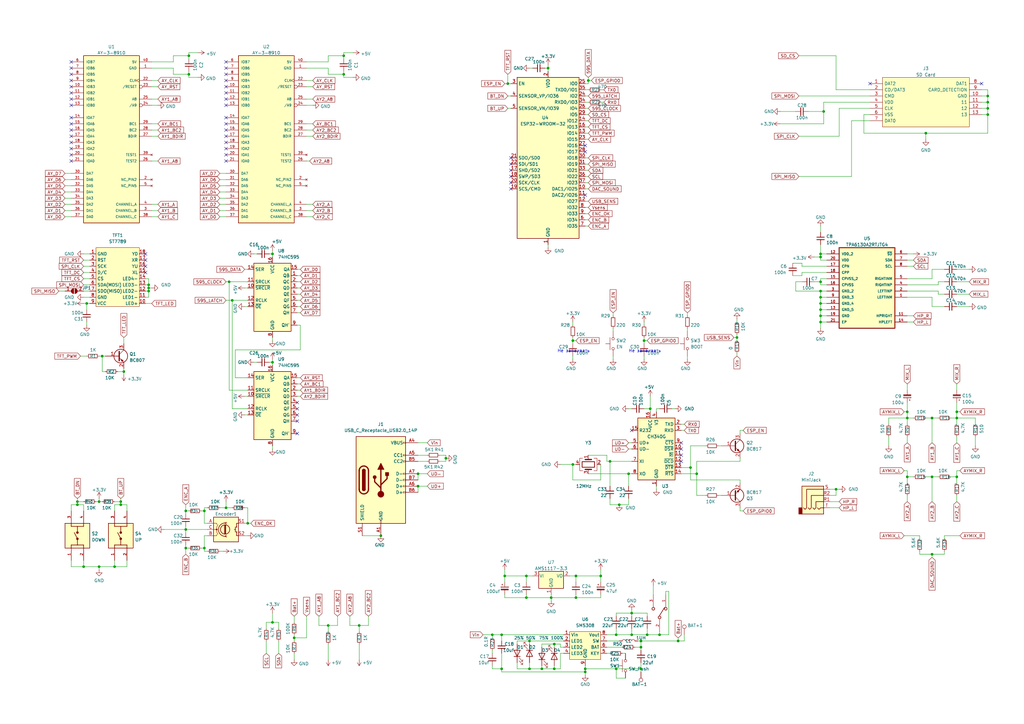
<source format=kicad_sch>
(kicad_sch (version 20231120) (generator "eeschema") (generator_version "8.0")
  (paper "A3")
  (title_block (title "ESP32 AY Player") (date "2024-04-04") (company "Spawn") (comment 2 "Spawn"))
  (junction (at 41.91 146.05))
  (junction (at 262.89 265.43))
  (junction (at 31.75 205.74))
  (junction (at 234.95 139.7))
  (junction (at 382.27 227.33))
  (junction (at 92.71 208.28))
  (junction (at 77.47 22.86))
  (junction (at 111.76 104.14))
  (junction (at 120.65 261.62))
  (junction (at 77.47 30.48))
  (junction (at 382.27 195.58))
  (junction (at 405.13 39.37))
  (junction (at 83.82 224.79))
  (junction (at 208.28 34.29))
  (junction (at 264.16 139.7))
  (junction (at 111.76 255.27))
  (junction (at 49.53 207.01))
  (junction (at 215.9 236.22))
  (junction (at 372.11 195.58))
  (junction (at 336.55 124.46))
  (junction (at 342.9 200.66))
  (junction (at 222.25 274.32))
  (junction (at 140.97 30.48))
  (junction (at 278.13 262.89))
  (junction (at 46.99 232.41))
  (junction (at 252.73 274.32))
  (junction (at 34.29 232.41))
  (junction (at 392.43 168.91))
  (junction (at 226.06 245.11))
  (junction (at 372.11 171.45))
  (junction (at 76.2 217.17))
  (junction (at 337.82 45.72))
  (junction (at 140.97 22.86))
  (junction (at 171.45 194.31))
  (junction (at 270.51 260.35))
  (junction (at 217.17 262.89))
  (junction (at 240.03 275.59))
  (junction (at 201.93 260.35))
  (junction (at 382.27 171.45))
  (junction (at 259.08 260.35))
  (junction (at 240.03 274.32))
  (junction (at 336.55 129.54))
  (junction (at 392.43 195.58))
  (junction (at 182.88 187.96))
  (junction (at 205.74 260.35))
  (junction (at 336.55 127))
  (junction (at 224.79 27.94))
  (junction (at 207.01 236.22))
  (junction (at 379.73 54.61))
  (junction (at 266.7 167.64))
  (junction (at 302.26 138.43))
  (junction (at 227.33 274.32))
  (junction (at 405.13 44.45))
  (junction (at 40.64 232.41))
  (junction (at 217.17 274.32))
  (junction (at 265.43 260.35))
  (junction (at 285.75 194.31))
  (junction (at 205.74 274.32))
  (junction (at 40.64 205.74))
  (junction (at 246.38 236.22))
  (junction (at 405.13 41.91))
  (junction (at 31.75 207.01))
  (junction (at 93.98 115.57))
  (junction (at 171.45 199.39))
  (junction (at 35.56 124.46))
  (junction (at 336.55 115.57))
  (junction (at 95.25 123.19))
  (junction (at 111.76 148.59))
  (junction (at 227.33 264.16))
  (junction (at 259.08 251.46))
  (junction (at 134.62 256.54))
  (junction (at 76.2 224.79))
  (junction (at 336.55 132.08))
  (junction (at 60.96 118.11))
  (junction (at 215.9 245.11))
  (junction (at 49.53 205.74))
  (junction (at 147.32 256.54))
  (junction (at 241.3 33.02))
  (junction (at 392.43 171.45))
  (junction (at 236.22 245.11))
  (junction (at 156.21 219.71))
  (junction (at 60.96 116.84))
  (junction (at 250.19 189.23))
  (junction (at 50.8 152.4))
  (junction (at 262.89 274.32))
  (junction (at 60.96 119.38))
  (junction (at 236.22 236.22))
  (junction (at 405.13 46.99))
  (junction (at 257.81 194.31))
  (junction (at 336.55 119.38))
  (junction (at 283.21 191.77))
  (junction (at 372.11 168.91))
  (junction (at 101.6 214.63))
  (junction (at 336.55 121.92))
  (junction (at 252.73 260.35))
  (junction (at 76.2 209.55))
  (junction (at 234.95 190.5))
  (junction (at 336.55 105.41))
  (junction (at 83.82 209.55))
  (junction (at 336.55 104.14))
  (junction (at 254 207.01))
  (junction (at 262.89 262.89))
  (no_connect (at 279.4 181.61))
  (no_connect (at 92.71 38.1))
  (no_connect (at 92.71 63.5))
  (no_connect (at 209.55 72.39))
  (no_connect (at 92.71 50.8))
  (no_connect (at 92.71 48.26))
  (no_connect (at 121.92 177.8))
  (no_connect (at 240.03 62.23))
  (no_connect (at 121.92 172.72))
  (no_connect (at 59.69 109.22))
  (no_connect (at 259.08 176.53))
  (no_connect (at 59.69 111.76))
  (no_connect (at 92.71 55.88))
  (no_connect (at 92.71 27.94))
  (no_connect (at 279.4 184.15))
  (no_connect (at 279.4 189.23))
  (no_connect (at 209.55 74.93))
  (no_connect (at 29.21 60.96))
  (no_connect (at 29.21 25.4))
  (no_connect (at 29.21 58.42))
  (no_connect (at 29.21 66.04))
  (no_connect (at 29.21 63.5))
  (no_connect (at 29.21 55.88))
  (no_connect (at 29.21 53.34))
  (no_connect (at 29.21 50.8))
  (no_connect (at 29.21 48.26))
  (no_connect (at 29.21 40.64))
  (no_connect (at 29.21 38.1))
  (no_connect (at 29.21 43.18))
  (no_connect (at 29.21 35.56))
  (no_connect (at 29.21 27.94))
  (no_connect (at 29.21 33.02))
  (no_connect (at 29.21 30.48))
  (no_connect (at 209.55 67.31))
  (no_connect (at 209.55 64.77))
  (no_connect (at 92.71 43.18))
  (no_connect (at 92.71 53.34))
  (no_connect (at 209.55 77.47))
  (no_connect (at 240.03 59.69))
  (no_connect (at 92.71 58.42))
  (no_connect (at 279.4 186.69))
  (no_connect (at 121.92 170.18))
  (no_connect (at 59.69 104.14))
  (no_connect (at 92.71 25.4))
  (no_connect (at 92.71 35.56))
  (no_connect (at 92.71 30.48))
  (no_connect (at 356.87 34.29))
  (no_connect (at 402.59 34.29))
  (no_connect (at 92.71 33.02))
  (no_connect (at 59.69 106.68))
  (no_connect (at 92.71 66.04))
  (no_connect (at 240.03 80.01))
  (no_connect (at 92.71 60.96))
  (no_connect (at 121.92 165.1))
  (no_connect (at 92.71 40.64))
  (no_connect (at 209.55 69.85))
  (no_connect (at 121.92 167.64))
  (wire (pts (xy 180.34 189.23) (xy 182.88 189.23)))
  (wire (pts (xy 382.27 227.33) (xy 377.19 227.33)))
  (wire (pts (xy 134.62 22.86) (xy 140.97 22.86)))
  (wire (pts (xy 227.33 264.16) (xy 229.87 264.16)))
  (wire (pts (xy 250.19 207.01) (xy 254 207.01)))
  (wire (pts (xy 251.46 128.27) (xy 251.46 129.54)))
  (wire (pts (xy 49.53 204.47) (xy 49.53 205.74)))
  (wire (pts (xy 240.03 44.45) (xy 241.3 44.45)))
  (wire (pts (xy 372.11 165.1) (xy 372.11 168.91)))
  (wire (pts (xy 372.11 109.22) (xy 374.65 109.22)))
  (wire (pts (xy 336.55 132.08) (xy 339.09 132.08)))
  (wire (pts (xy 120.65 267.97) (xy 120.65 270.51)))
  (wire (pts (xy 111.76 184.15) (xy 111.76 182.88)))
  (wire (pts (xy 241.3 186.69) (xy 248.92 186.69)))
  (wire (pts (xy 372.11 168.91) (xy 372.11 171.45)))
  (wire (pts (xy 59.69 116.84) (xy 60.96 116.84)))
  (wire (pts (xy 240.03 74.93) (xy 241.3 74.93)))
  (wire (pts (xy 62.23 25.4) (xy 71.12 25.4)))
  (wire (pts (xy 392.43 168.91) (xy 392.43 171.45)))
  (wire (pts (xy 50.8 138.43) (xy 50.8 140.97)))
  (wire (pts (xy 281.94 146.05) (xy 281.94 147.32)))
  (wire (pts (xy 300.99 138.43) (xy 302.26 138.43)))
  (wire (pts (xy 67.31 217.17) (xy 76.2 217.17)))
  (wire (pts (xy 349.25 72.39) (xy 349.25 49.53)))
  (wire (pts (xy 201.93 273.05) (xy 201.93 274.32)))
  (wire (pts (xy 405.13 41.91) (xy 405.13 44.45)))
  (wire (pts (xy 34.29 124.46) (xy 35.56 124.46)))
  (wire (pts (xy 140.97 31.75) (xy 140.97 30.48)))
  (wire (pts (xy 76.2 209.55) (xy 77.47 209.55)))
  (wire (pts (xy 339.09 114.3) (xy 336.55 114.3)))
  (wire (pts (xy 326.39 119.38) (xy 336.55 119.38)))
  (wire (pts (xy 77.47 22.86) (xy 77.47 21.59)))
  (wire (pts (xy 226.06 245.11) (xy 236.22 245.11)))
  (wire (pts (xy 180.34 186.69) (xy 182.88 186.69)))
  (wire (pts (xy 227.33 265.43) (xy 227.33 264.16)))
  (wire (pts (xy 205.74 260.35) (xy 205.74 262.89)))
  (wire (pts (xy 252.73 252.73) (xy 252.73 251.46)))
  (wire (pts (xy 241.3 34.29) (xy 240.03 34.29)))
  (wire (pts (xy 205.74 275.59) (xy 240.03 275.59)))
  (wire (pts (xy 236.22 236.22) (xy 236.22 238.76)))
  (wire (pts (xy 372.11 171.45) (xy 372.11 173.99)))
  (wire (pts (xy 134.62 25.4) (xy 134.62 22.86)))
  (wire (pts (xy 227.33 273.05) (xy 227.33 274.32)))
  (wire (pts (xy 125.73 43.18) (xy 128.27 43.18)))
  (wire (pts (xy 336.55 127) (xy 339.09 127)))
  (wire (pts (xy 248.92 265.43) (xy 255.27 265.43)))
  (wire (pts (xy 382.27 171.45) (xy 382.27 181.61)))
  (wire (pts (xy 41.91 146.05) (xy 43.18 146.05)))
  (wire (pts (xy 125.73 33.02) (xy 128.27 33.02)))
  (wire (pts (xy 231.14 262.89) (xy 217.17 262.89)))
  (wire (pts (xy 246.38 233.68) (xy 246.38 236.22)))
  (wire (pts (xy 71.12 25.4) (xy 71.12 22.86)))
  (wire (pts (xy 240.03 275.59) (xy 240.03 274.32)))
  (wire (pts (xy 83.82 214.63) (xy 85.09 214.63)))
  (wire (pts (xy 382.27 125.73) (xy 387.35 125.73)))
  (wire (pts (xy 229.87 267.97) (xy 231.14 267.97)))
  (wire (pts (xy 100.33 110.49) (xy 101.6 110.49)))
  (wire (pts (xy 289.56 203.2) (xy 285.75 203.2)))
  (wire (pts (xy 223.52 27.94) (xy 224.79 27.94)))
  (wire (pts (xy 379.73 195.58) (xy 382.27 195.58)))
  (wire (pts (xy 236.22 245.11) (xy 246.38 245.11)))
  (wire (pts (xy 77.47 21.59) (xy 81.28 21.59)))
  (wire (pts (xy 90.17 78.74) (xy 92.71 78.74)))
  (wire (pts (xy 171.45 194.31) (xy 175.26 194.31)))
  (wire (pts (xy 280.67 260.35) (xy 280.67 262.89)))
  (wire (pts (xy 125.73 83.82) (xy 128.27 83.82)))
  (wire (pts (xy 34.29 232.41) (xy 40.64 232.41)))
  (wire (pts (xy 248.92 267.97) (xy 250.19 267.97)))
  (wire (pts (xy 227.33 274.32) (xy 229.87 274.32)))
  (wire (pts (xy 121.92 115.57) (xy 123.19 115.57)))
  (wire (pts (xy 370.84 219.71) (xy 377.19 219.71)))
  (wire (pts (xy 71.12 27.94) (xy 71.12 30.48)))
  (wire (pts (xy 337.82 41.91) (xy 337.82 45.72)))
  (wire (pts (xy 143.51 256.54) (xy 147.32 256.54)))
  (wire (pts (xy 76.2 224.79) (xy 77.47 224.79)))
  (wire (pts (xy 392.43 165.1) (xy 392.43 168.91)))
  (wire (pts (xy 270.51 259.08) (xy 270.51 260.35)))
  (wire (pts (xy 382.27 121.92) (xy 382.27 125.73)))
  (wire (pts (xy 100.33 219.71) (xy 101.6 219.71)))
  (wire (pts (xy 59.69 121.92) (xy 60.96 121.92)))
  (wire (pts (xy 264.16 138.43) (xy 264.16 139.7)))
  (wire (pts (xy 121.92 162.56) (xy 123.19 162.56)))
  (wire (pts (xy 198.12 260.35) (xy 201.93 260.35)))
  (wire (pts (xy 279.4 191.77) (xy 283.21 191.77)))
  (wire (pts (xy 328.93 113.03) (xy 325.12 113.03)))
  (wire (pts (xy 40.64 205.74) (xy 39.37 205.74)))
  (wire (pts (xy 240.03 41.91) (xy 241.3 41.91)))
  (wire (pts (xy 402.59 46.99) (xy 405.13 46.99)))
  (wire (pts (xy 217.17 262.89) (xy 217.17 264.16)))
  (wire (pts (xy 328.93 109.22) (xy 339.09 109.22)))
  (wire (pts (xy 392.43 179.07) (xy 392.43 181.61)))
  (wire (pts (xy 35.56 132.08) (xy 35.56 133.35)))
  (wire (pts (xy 50.8 152.4) (xy 50.8 153.67)))
  (wire (pts (xy 96.52 143.51) (xy 96.52 154.94)))
  (wire (pts (xy 336.55 116.84) (xy 336.55 115.57)))
  (wire (pts (xy 252.73 251.46) (xy 259.08 251.46)))
  (wire (pts (xy 171.45 199.39) (xy 175.26 199.39)))
  (wire (pts (xy 34.29 229.87) (xy 34.29 232.41)))
  (wire (pts (xy 257.81 207.01) (xy 254 207.01)))
  (wire (pts (xy 387.35 227.33) (xy 382.27 227.33)))
  (wire (pts (xy 134.62 27.94) (xy 134.62 30.48)))
  (wire (pts (xy 336.55 100.33) (xy 336.55 104.14)))
  (wire (pts (xy 377.19 219.71) (xy 377.19 220.98)))
  (wire (pts (xy 125.73 25.4) (xy 134.62 25.4)))
  (wire (pts (xy 60.96 118.11) (xy 62.23 118.11)))
  (wire (pts (xy 336.55 106.68) (xy 336.55 105.41)))
  (wire (pts (xy 234.95 146.05) (xy 234.95 147.32)))
  (wire (pts (xy 252.73 260.35) (xy 259.08 260.35)))
  (wire (pts (xy 334.01 105.41) (xy 336.55 105.41)))
  (wire (pts (xy 251.46 134.62) (xy 251.46 135.89)))
  (wire (pts (xy 336.55 121.92) (xy 336.55 124.46)))
  (wire (pts (xy 342.9 36.83) (xy 356.87 36.83)))
  (wire (pts (xy 92.71 208.28) (xy 92.71 205.74)))
  (wire (pts (xy 90.17 73.66) (xy 92.71 73.66)))
  (wire (pts (xy 384.81 119.38) (xy 384.81 120.65)))
  (wire (pts (xy 283.21 196.85) (xy 303.53 196.85)))
  (wire (pts (xy 212.09 274.32) (xy 217.17 274.32)))
  (wire (pts (xy 342.9 22.86) (xy 342.9 36.83)))
  (wire (pts (xy 400.05 171.45) (xy 392.43 171.45)))
  (wire (pts (xy 382.27 114.3) (xy 382.27 110.49)))
  (wire (pts (xy 336.55 129.54) (xy 339.09 129.54)))
  (wire (pts (xy 92.71 115.57) (xy 93.98 115.57)))
  (wire (pts (xy 242.57 33.02) (xy 241.3 33.02)))
  (wire (pts (xy 264.16 139.7) (xy 264.16 140.97)))
  (wire (pts (xy 208.28 44.45) (xy 209.55 44.45)))
  (wire (pts (xy 26.67 88.9) (xy 29.21 88.9)))
  (wire (pts (xy 125.73 66.04) (xy 127 66.04)))
  (wire (pts (xy 246.38 196.85) (xy 234.95 196.85)))
  (wire (pts (xy 62.23 43.18) (xy 64.77 43.18)))
  (wire (pts (xy 252.73 274.32) (xy 262.89 274.32)))
  (wire (pts (xy 52.07 229.87) (xy 52.07 232.41)))
  (wire (pts (xy 260.35 265.43) (xy 262.89 265.43)))
  (wire (pts (xy 62.23 88.9) (xy 64.77 88.9)))
  (wire (pts (xy 62.23 83.82) (xy 64.77 83.82)))
  (wire (pts (xy 392.43 125.73) (xy 397.51 125.73)))
  (wire (pts (xy 35.56 124.46) (xy 36.83 124.46)))
  (wire (pts (xy 171.45 181.61) (xy 175.26 181.61)))
  (wire (pts (xy 49.53 205.74) (xy 49.53 207.01)))
  (wire (pts (xy 123.19 143.51) (xy 96.52 143.51)))
  (wire (pts (xy 62.23 50.8) (xy 64.77 50.8)))
  (wire (pts (xy 372.11 179.07) (xy 372.11 181.61)))
  (wire (pts (xy 342.9 200.66) (xy 344.17 200.66)))
  (wire (pts (xy 31.75 207.01) (xy 34.29 207.01)))
  (wire (pts (xy 43.18 152.4) (xy 41.91 152.4)))
  (wire (pts (xy 331.47 45.72) (xy 337.82 45.72)))
  (wire (pts (xy 33.02 146.05) (xy 35.56 146.05)))
  (wire (pts (xy 134.62 256.54) (xy 138.43 256.54)))
  (wire (pts (xy 134.62 30.48) (xy 140.97 30.48)))
  (wire (pts (xy 384.81 115.57) (xy 387.35 115.57)))
  (wire (pts (xy 265.43 252.73) (xy 265.43 251.46)))
  (wire (pts (xy 50.8 151.13) (xy 50.8 152.4)))
  (wire (pts (xy 222.25 273.05) (xy 222.25 274.32)))
  (wire (pts (xy 304.8 176.53) (xy 303.53 176.53)))
  (wire (pts (xy 257.81 184.15) (xy 259.08 184.15)))
  (wire (pts (xy 90.17 76.2) (xy 92.71 76.2)))
  (wire (pts (xy 261.62 262.89) (xy 262.89 262.89)))
  (wire (pts (xy 104.14 148.59) (xy 105.41 148.59)))
  (wire (pts (xy 125.73 252.73) (xy 125.73 261.62)))
  (wire (pts (xy 336.55 124.46) (xy 336.55 127)))
  (wire (pts (xy 26.67 83.82) (xy 29.21 83.82)))
  (wire (pts (xy 151.13 256.54) (xy 151.13 252.73)))
  (wire (pts (xy 372.11 129.54) (xy 374.65 129.54)))
  (wire (pts (xy 372.11 171.45) (xy 374.65 171.45)))
  (wire (pts (xy 303.53 209.55) (xy 304.8 209.55)))
  (wire (pts (xy 264.16 139.7) (xy 265.43 139.7)))
  (wire (pts (xy 92.71 123.19) (xy 95.25 123.19)))
  (wire (pts (xy 29.21 229.87) (xy 29.21 232.41)))
  (wire (pts (xy 34.29 104.14) (xy 36.83 104.14)))
  (wire (pts (xy 46.99 207.01) (xy 49.53 207.01)))
  (wire (pts (xy 217.17 27.94) (xy 218.44 27.94)))
  (wire (pts (xy 134.62 256.54) (xy 134.62 259.08)))
  (wire (pts (xy 138.43 256.54) (xy 138.43 252.73)))
  (wire (pts (xy 241.3 31.75) (xy 241.3 33.02)))
  (wire (pts (xy 327.66 55.88) (xy 344.17 55.88)))
  (wire (pts (xy 294.64 182.88) (xy 295.91 182.88)))
  (wire (pts (xy 85.09 208.28) (xy 83.82 208.28)))
  (wire (pts (xy 340.36 200.66) (xy 342.9 200.66)))
  (wire (pts (xy 95.25 167.64) (xy 101.6 167.64)))
  (wire (pts (xy 241.3 194.31) (xy 257.81 194.31)))
  (wire (pts (xy 248.92 260.35) (xy 252.73 260.35)))
  (wire (pts (xy 101.6 214.63) (xy 101.6 208.28)))
  (wire (pts (xy 269.24 167.64) (xy 270.51 167.64)))
  (wire (pts (xy 90.17 83.82) (xy 92.71 83.82)))
  (wire (pts (xy 372.11 132.08) (xy 374.65 132.08)))
  (wire (pts (xy 273.05 242.57) (xy 274.32 242.57)))
  (wire (pts (xy 387.35 226.06) (xy 387.35 227.33)))
  (wire (pts (xy 83.82 219.71) (xy 85.09 219.71)))
  (wire (pts (xy 134.62 264.16) (xy 134.62 270.51)))
  (wire (pts (xy 229.87 265.43) (xy 229.87 264.16)))
  (wire (pts (xy 130.81 256.54) (xy 134.62 256.54)))
  (wire (pts (xy 405.13 46.99) (xy 405.13 54.61)))
  (wire (pts (xy 262.89 274.32) (xy 262.89 275.59)))
  (wire (pts (xy 372.11 203.2) (xy 372.11 205.74)))
  (wire (pts (xy 337.82 41.91) (xy 356.87 41.91)))
  (wire (pts (xy 208.28 34.29) (xy 209.55 34.29)))
  (wire (pts (xy 240.03 85.09) (xy 241.3 85.09)))
  (wire (pts (xy 100.33 162.56) (xy 101.6 162.56)))
  (wire (pts (xy 34.29 209.55) (xy 34.29 207.01)))
  (wire (pts (xy 377.19 227.33) (xy 377.19 226.06)))
  (wire (pts (xy 336.55 132.08) (xy 336.55 134.62)))
  (wire (pts (xy 269.24 199.39) (xy 269.24 200.66)))
  (wire (pts (xy 229.87 267.97) (xy 229.87 274.32)))
  (wire (pts (xy 336.55 92.71) (xy 336.55 95.25)))
  (wire (pts (xy 240.03 49.53) (xy 241.3 49.53)))
  (wire (pts (xy 125.73 53.34) (xy 128.27 53.34)))
  (wire (pts (xy 52.07 209.55) (xy 52.07 207.01)))
  (wire (pts (xy 120.65 252.73) (xy 120.65 255.27)))
  (wire (pts (xy 336.55 115.57) (xy 334.01 115.57)))
  (wire (pts (xy 207.01 34.29) (xy 208.28 34.29)))
  (wire (pts (xy 246.38 243.84) (xy 246.38 245.11)))
  (wire (pts (xy 212.09 262.89) (xy 212.09 264.16)))
  (wire (pts (xy 34.29 106.68) (xy 36.83 106.68)))
  (wire (pts (xy 34.29 116.84) (xy 36.83 116.84)))
  (wire (pts (xy 392.43 157.48) (xy 392.43 160.02)))
  (wire (pts (xy 393.7 168.91) (xy 392.43 168.91)))
  (wire (pts (xy 289.56 182.88) (xy 283.21 182.88)))
  (wire (pts (xy 147.32 264.16) (xy 147.32 270.51)))
  (wire (pts (xy 212.09 271.78) (xy 212.09 274.32)))
  (wire (pts (xy 285.75 203.2) (xy 285.75 194.31)))
  (wire (pts (xy 81.28 31.75) (xy 77.47 31.75)))
  (wire (pts (xy 240.03 39.37) (xy 241.3 39.37)))
  (wire (pts (xy 344.17 44.45) (xy 356.87 44.45)))
  (wire (pts (xy 76.2 223.52) (xy 76.2 224.79)))
  (wire (pts (xy 62.23 27.94) (xy 71.12 27.94)))
  (wire (pts (xy 267.97 240.03) (xy 267.97 243.84)))
  (wire (pts (xy 140.97 22.86) (xy 140.97 21.59)))
  (wire (pts (xy 274.32 260.35) (xy 270.51 260.35)))
  (wire (pts (xy 402.59 44.45) (xy 405.13 44.45)))
  (wire (pts (xy 114.3 257.81) (xy 114.3 255.27)))
  (wire (pts (xy 240.03 77.47) (xy 241.3 77.47)))
  (wire (pts (xy 240.03 273.05) (xy 240.03 274.32)))
  (wire (pts (xy 101.6 208.28) (xy 100.33 208.28)))
  (wire (pts (xy 384.81 120.65) (xy 387.35 120.65)))
  (wire (pts (xy 392.43 171.45) (xy 389.89 171.45)))
  (wire (pts (xy 382.27 110.49) (xy 387.35 110.49)))
  (wire (pts (xy 205.74 267.97) (xy 205.74 274.32)))
  (wire (pts (xy 370.84 193.04) (xy 372.11 193.04)))
  (wire (pts (xy 60.96 116.84) (xy 60.96 118.11)))
  (wire (pts (xy 339.09 111.76) (xy 328.93 111.76)))
  (wire (pts (xy 26.67 71.12) (xy 29.21 71.12)))
  (wire (pts (xy 182.88 186.69) (xy 182.88 187.96)))
  (wire (pts (xy 76.2 217.17) (xy 76.2 218.44)))
  (wire (pts (xy 46.99 232.41) (xy 52.07 232.41)))
  (wire (pts (xy 240.03 52.07) (xy 241.3 52.07)))
  (wire (pts (xy 327.66 39.37) (xy 356.87 39.37)))
  (wire (pts (xy 262.89 265.43) (xy 262.89 266.7)))
  (wire (pts (xy 215.9 243.84) (xy 215.9 245.11)))
  (wire (pts (xy 339.09 106.68) (xy 336.55 106.68)))
  (wire (pts (xy 303.53 176.53) (xy 303.53 177.8)))
  (wire (pts (xy 62.23 33.02) (xy 64.77 33.02)))
  (wire (pts (xy 392.43 171.45) (xy 392.43 173.99)))
  (wire (pts (xy 264.16 167.64) (xy 266.7 167.64)))
  (wire (pts (xy 262.89 262.89) (xy 278.13 262.89)))
  (wire (pts (xy 140.97 24.13) (xy 140.97 22.86)))
  (wire (pts (xy 95.25 123.19) (xy 95.25 167.64)))
  (wire (pts (xy 372.11 193.04) (xy 372.11 195.58)))
  (wire (pts (xy 120.65 261.62) (xy 120.65 262.89)))
  (wire (pts (xy 285.75 194.31) (xy 285.75 189.23)))
  (wire (pts (xy 62.23 35.56) (xy 64.77 35.56)))
  (wire (pts (xy 246.38 41.91) (xy 247.65 41.91)))
  (wire (pts (xy 121.92 120.65) (xy 123.19 120.65)))
  (wire (pts (xy 208.28 30.48) (xy 208.28 34.29)))
  (wire (pts (xy 240.03 46.99) (xy 241.3 46.99)))
  (wire (pts (xy 266.7 162.56) (xy 266.7 167.64)))
  (wire (pts (xy 201.93 260.35) (xy 201.93 261.62)))
  (wire (pts (xy 76.2 224.79) (xy 76.2 227.33)))
  (wire (pts (xy 46.99 209.55) (xy 46.99 207.01)))
  (wire (pts (xy 372.11 104.14) (xy 374.65 104.14)))
  (wire (pts (xy 384.81 171.45) (xy 382.27 171.45)))
  (wire (pts (xy 125.73 55.88) (xy 128.27 55.88)))
  (wire (pts (xy 294.64 203.2) (xy 295.91 203.2)))
  (wire (pts (xy 392.43 120.65) (xy 397.51 120.65)))
  (wire (pts (xy 121.92 110.49) (xy 123.19 110.49)))
  (wire (pts (xy 336.55 104.14) (xy 336.55 105.41)))
  (wire (pts (xy 255.27 267.97) (xy 256.54 267.97)))
  (wire (pts (xy 302.26 138.43) (xy 302.26 139.7)))
  (wire (pts (xy 336.55 129.54) (xy 336.55 132.08)))
  (wire (pts (xy 302.26 130.81) (xy 302.26 132.08)))
  (wire (pts (xy 46.99 205.74) (xy 49.53 205.74)))
  (wire (pts (xy 340.36 208.28) (xy 344.17 208.28)))
  (wire (pts (xy 234.95 196.85) (xy 234.95 190.5)))
  (wire (pts (xy 241.3 33.02) (xy 241.3 34.29)))
  (wire (pts (xy 372.11 121.92) (xy 382.27 121.92)))
  (wire (pts (xy 90.17 226.06) (xy 91.44 226.06)))
  (wire (pts (xy 26.67 86.36) (xy 29.21 86.36)))
  (wire (pts (xy 405.13 54.61) (xy 379.73 54.61)))
  (wire (pts (xy 40.64 205.74) (xy 41.91 205.74)))
  (wire (pts (xy 130.81 252.73) (xy 130.81 256.54)))
  (wire (pts (xy 62.23 40.64) (xy 64.77 40.64)))
  (wire (pts (xy 339.09 119.38) (xy 336.55 119.38)))
  (wire (pts (xy 125.73 40.64) (xy 128.27 40.64)))
  (wire (pts (xy 201.93 274.32) (xy 205.74 274.32)))
  (wire (pts (xy 281.94 134.62) (xy 281.94 135.89)))
  (wire (pts (xy 392.43 193.04) (xy 392.43 195.58)))
  (wire (pts (xy 222.25 265.43) (xy 222.25 264.16)))
  (wire (pts (xy 256.54 278.13) (xy 252.73 278.13)))
  (wire (pts (xy 60.96 121.92) (xy 60.96 119.38)))
  (wire (pts (xy 31.75 205.74) (xy 31.75 207.01)))
  (wire (pts (xy 372.11 106.68) (xy 374.65 106.68)))
  (wire (pts (xy 382.27 228.6) (xy 382.27 227.33)))
  (wire (pts (xy 259.08 257.81) (xy 259.08 260.35)))
  (wire (pts (xy 262.89 271.78) (xy 262.89 274.32)))
  (wire (pts (xy 148.59 219.71) (xy 156.21 219.71)))
  (wire (pts (xy 121.92 160.02) (xy 123.19 160.02)))
  (wire (pts (xy 59.69 124.46) (xy 62.23 124.46)))
  (wire (pts (xy 207.01 236.22) (xy 207.01 238.76)))
  (wire (pts (xy 34.29 119.38) (xy 36.83 119.38)))
  (wire (pts (xy 405.13 44.45) (xy 405.13 46.99)))
  (wire (pts (xy 265.43 257.81) (xy 265.43 260.35)))
  (wire (pts (xy 93.98 115.57) (xy 93.98 160.02)))
  (wire (pts (xy 31.75 205.74) (xy 34.29 205.74)))
  (wire (pts (xy 379.73 171.45) (xy 382.27 171.45)))
  (wire (pts (xy 111.76 251.46) (xy 111.76 255.27)))
  (wire (pts (xy 279.4 176.53) (xy 280.67 176.53)))
  (wire (pts (xy 402.59 39.37) (xy 405.13 39.37)))
  (wire (pts (xy 121.92 125.73) (xy 123.19 125.73)))
  (wire (pts (xy 147.32 256.54) (xy 151.13 256.54)))
  (wire (pts (xy 236.22 243.84) (xy 236.22 245.11)))
  (wire (pts (xy 147.32 256.54) (xy 147.32 259.08)))
  (wire (pts (xy 48.26 152.4) (xy 50.8 152.4)))
  (wire (pts (xy 100.33 118.11) (xy 101.6 118.11)))
  (wire (pts (xy 240.03 90.17) (xy 241.3 90.17)))
  (wire (pts (xy 83.82 209.55) (xy 83.82 214.63)))
  (wire (pts (xy 240.03 87.63) (xy 241.3 87.63)))
  (wire (pts (xy 77.47 24.13) (xy 77.47 22.86)))
  (wire (pts (xy 125.73 50.8) (xy 128.27 50.8)))
  (wire (pts (xy 76.2 215.9) (xy 76.2 217.17)))
  (wire (pts (xy 340.36 205.74) (xy 344.17 205.74)))
  (wire (pts (xy 77.47 30.48) (xy 77.47 29.21)))
  (wire (pts (xy 240.03 64.77) (xy 241.3 64.77)))
  (wire (pts (xy 83.82 224.79) (xy 83.82 219.71)))
  (wire (pts (xy 144.78 31.75) (xy 140.97 31.75)))
  (wire (pts (xy 372.11 116.84) (xy 384.81 116.84)))
  (wire (pts (xy 257.81 194.31) (xy 259.08 194.31)))
  (wire (pts (xy 303.53 189.23) (xy 303.53 187.96)))
  (wire (pts (xy 248.92 189.23) (xy 250.19 189.23)))
  (wire (pts (xy 77.47 31.75) (xy 77.47 30.48)))
  (wire (pts (xy 90.17 88.9) (xy 92.71 88.9)))
  (wire (pts (xy 222.25 264.16) (xy 227.33 264.16)))
  (wire (pts (xy 171.45 199.39) (xy 171.45 201.93)))
  (wire (pts (xy 281.94 128.27) (xy 281.94 129.54)))
  (wire (pts (xy 234.95 139.7) (xy 234.95 140.97)))
  (wire (pts (xy 109.22 257.81) (xy 109.22 255.27)))
  (wire (pts (xy 303.53 196.85) (xy 303.53 198.12)))
  (wire (pts (xy 240.03 69.85) (xy 241.3 69.85)))
  (wire (pts (xy 93.98 160.02) (xy 101.6 160.02)))
  (wire (pts (xy 327.66 72.39) (xy 349.25 72.39)))
  (wire (pts (xy 405.13 39.37) (xy 405.13 41.91)))
  (wire (pts (xy 246.38 36.83) (xy 247.65 36.83)))
  (wire (pts (xy 90.17 208.28) (xy 92.71 208.28)))
  (wire (pts (xy 101.6 115.57) (xy 93.98 115.57)))
  (wire (pts (xy 224.79 100.33) (xy 224.79 101.6)))
  (wire (pts (xy 302.26 144.78) (xy 302.26 146.05)))
  (wire (pts (xy 111.76 138.43) (xy 111.76 139.7)))
  (wire (pts (xy 26.67 73.66) (xy 29.21 73.66)))
  (wire (pts (xy 240.03 82.55) (xy 241.3 82.55)))
  (wire (pts (xy 201.93 266.7) (xy 201.93 267.97)))
  (wire (pts (xy 60.96 114.3) (xy 60.96 116.84)))
  (wire (pts (xy 26.67 78.74) (xy 29.21 78.74)))
  (wire (pts (xy 82.55 209.55) (xy 83.82 209.55)))
  (wire (pts (xy 59.69 114.3) (xy 60.96 114.3)))
  (wire (pts (xy 224.79 26.67) (xy 224.79 27.94)))
  (wire (pts (xy 262.89 265.43) (xy 262.89 262.89)))
  (wire (pts (xy 372.11 195.58) (xy 372.11 198.12)))
  (wire (pts (xy 208.28 39.37) (xy 209.55 39.37)))
  (wire (pts (xy 234.95 190.5) (xy 236.22 190.5)))
  (wire (pts (xy 344.17 55.88) (xy 344.17 44.45)))
  (wire (pts (xy 364.49 171.45) (xy 372.11 171.45)))
  (wire (pts (xy 328.93 107.95) (xy 328.93 109.22)))
  (wire (pts (xy 354.33 54.61) (xy 379.73 54.61)))
  (wire (pts (xy 143.51 252.73) (xy 143.51 256.54)))
  (wire (pts (xy 34.29 109.22) (xy 36.83 109.22)))
  (wire (pts (xy 171.45 186.69) (xy 175.26 186.69)))
  (wire (pts (xy 382.27 195.58) (xy 382.27 205.74)))
  (wire (pts (xy 226.06 243.84) (xy 226.06 245.11)))
  (wire (pts (xy 384.81 116.84) (xy 384.81 115.57)))
  (wire (pts (xy 60.96 119.38) (xy 60.96 118.11)))
  (wire (pts (xy 109.22 255.27) (xy 111.76 255.27)))
  (wire (pts (xy 40.64 146.05) (xy 41.91 146.05)))
  (wire (pts (xy 269.24 168.91) (xy 269.24 167.64)))
  (wire (pts (xy 46.99 229.87) (xy 46.99 232.41)))
  (wire (pts (xy 336.55 121.92) (xy 339.09 121.92)))
  (wire (pts (xy 372.11 119.38) (xy 384.81 119.38)))
  (wire (pts (xy 100.33 214.63) (xy 101.6 214.63)))
  (wire (pts (xy 34.29 111.76) (xy 36.83 111.76)))
  (wire (pts (xy 125.73 88.9) (xy 128.27 88.9)))
  (wire (pts (xy 372.11 157.48) (xy 372.11 160.02)))
  (wire (pts (xy 364.49 179.07) (xy 364.49 182.88)))
  (wire (pts (xy 29.21 209.55) (xy 29.21 207.01)))
  (wire (pts (xy 325.12 107.95) (xy 328.93 107.95)))
  (wire (pts (xy 264.16 146.05) (xy 264.16 147.32)))
  (wire (pts (xy 231.14 265.43) (xy 229.87 265.43)))
  (wire (pts (xy 62.23 55.88) (xy 64.77 55.88)))
  (wire (pts (xy 62.23 53.34) (xy 64.77 53.34)))
  (wire (pts (xy 266.7 167.64) (xy 266.7 168.91)))
  (wire (pts (xy 83.82 226.06) (xy 83.82 224.79)))
  (wire (pts (xy 240.03 67.31) (xy 241.3 67.31)))
  (wire (pts (xy 121.92 123.19) (xy 123.19 123.19)))
  (wire (pts (xy 326.39 115.57) (xy 326.39 119.38)))
  (wire (pts (xy 205.74 275.59) (xy 205.74 274.32)))
  (wire (pts (xy 283.21 191.77) (xy 283.21 196.85)))
  (wire (pts (xy 250.19 189.23) (xy 250.19 199.39)))
  (wire (pts (xy 283.21 182.88) (xy 283.21 191.77)))
  (wire (pts (xy 354.33 46.99) (xy 354.33 54.61)))
  (wire (pts (xy 342.9 203.2) (xy 342.9 200.66)))
  (wire (pts (xy 400.05 173.99) (xy 400.05 171.45)))
  (wire (pts (xy 392.43 203.2) (xy 392.43 205.74)))
  (wire (pts (xy 240.03 57.15) (xy 241.3 57.15)))
  (wire (pts (xy 370.84 168.91) (xy 372.11 168.91)))
  (wire (pts (xy 109.22 262.89) (xy 109.22 267.97)))
  (wire (pts (xy 339.09 104.14) (xy 336.55 104.14)))
  (wire (pts (xy 405.13 36.83) (xy 405.13 39.37)))
  (wire (pts (xy 275.59 167.64) (xy 276.86 167.64)))
  (wire (pts (xy 41.91 146.05) (xy 41.91 152.4)))
  (wire (pts (xy 224.79 27.94) (xy 224.79 29.21)))
  (wire (pts (xy 92.71 208.28) (xy 95.25 208.28)))
  (wire (pts (xy 339.09 116.84) (xy 336.55 116.84)))
  (wire (pts (xy 123.19 133.35) (xy 123.19 143.51)))
  (wire (pts (xy 278.13 261.62) (xy 278.13 262.89)))
  (wire (pts (xy 240.03 72.39) (xy 241.3 72.39)))
  (wire (pts (xy 240.03 54.61) (xy 241.3 54.61)))
  (wire (pts (xy 264.16 132.08) (xy 264.16 133.35)))
  (wire (pts (xy 62.23 86.36) (xy 64.77 86.36)))
  (wire (pts (xy 121.92 113.03) (xy 123.19 113.03)))
  (wire (pts (xy 265.43 260.35) (xy 270.51 260.35)))
  (wire (pts (xy 320.04 45.72) (xy 326.39 45.72)))
  (wire (pts (xy 364.49 173.99) (xy 364.49 171.45)))
  (wire (pts (xy 392.43 115.57) (xy 397.51 115.57)))
  (wire (pts (xy 76.2 210.82) (xy 76.2 209.55)))
  (wire (pts (xy 257.81 181.61) (xy 259.08 181.61)))
  (wire (pts (xy 274.32 242.57) (xy 274.32 260.35)))
  (wire (pts (xy 336.55 127) (xy 336.55 129.54)))
  (wire (pts (xy 279.4 194.31) (xy 285.75 194.31)))
  (wire (pts (xy 34.29 121.92) (xy 36.83 121.92)))
  (wire (pts (xy 111.76 148.59) (xy 111.76 149.86)))
  (wire (pts (xy 240.03 36.83) (xy 241.3 36.83)))
  (wire (pts (xy 217.17 262.89) (xy 212.09 262.89)))
  (wire (pts (xy 111.76 102.87) (xy 111.76 104.14)))
  (wire (pts (xy 337.82 45.72) (xy 337.82 50.8)))
  (wire (pts (xy 52.07 207.01) (xy 49.53 207.01)))
  (wire (pts (xy 236.22 236.22) (xy 233.68 236.22)))
  (wire (pts (xy 372.11 114.3) (xy 382.27 114.3)))
  (wire (pts (xy 349.25 49.53) (xy 356.87 49.53)))
  (wire (pts (xy 125.73 35.56) (xy 128.27 35.56)))
  (wire (pts (xy 201.93 260.35) (xy 205.74 260.35)))
  (wire (pts (xy 246.38 238.76) (xy 246.38 236.22)))
  (wire (pts (xy 35.56 124.46) (xy 35.56 127)))
  (wire (pts (xy 336.55 119.38) (xy 336.55 121.92)))
  (wire (pts (xy 356.87 46.99) (xy 354.33 46.99)))
  (wire (pts (xy 215.9 236.22) (xy 215.9 238.76)))
  (wire (pts (xy 110.49 104.14) (xy 111.76 104.14)))
  (wire (pts (xy 140.97 21.59) (xy 144.78 21.59)))
  (wire (pts (xy 217.17 274.32) (xy 222.25 274.32)))
  (wire (pts (xy 252.73 274.32) (xy 252.73 278.13)))
  (wire (pts (xy 259.08 251.46) (xy 259.08 252.73)))
  (wire (pts (xy 259.08 167.64) (xy 257.81 167.64)))
  (wire (pts (xy 82.55 224.79) (xy 83.82 224.79)))
  (wire (pts (xy 140.97 30.48) (xy 140.97 29.21)))
  (wire (pts (xy 40.64 204.47) (xy 40.64 205.74)))
  (wire (pts (xy 215.9 236.22) (xy 218.44 236.22)))
  (wire (pts (xy 121.92 154.94) (xy 123.19 154.94)))
  (wire (pts (xy 392.43 195.58) (xy 389.89 195.58)))
  (wire (pts (xy 101.6 214.63) (xy 102.87 214.63)))
  (wire (pts (xy 302.26 137.16) (xy 302.26 138.43)))
  (wire (pts (xy 125.73 86.36) (xy 128.27 86.36)))
  (wire (pts (xy 246.38 190.5) (xy 246.38 196.85)))
  (wire (pts (xy 121.92 157.48) (xy 123.19 157.48)))
  (wire (pts (xy 328.93 115.57) (xy 326.39 115.57)))
  (wire (pts (xy 392.43 110.49) (xy 397.51 110.49)))
  (wire (pts (xy 29.21 207.01) (xy 31.75 207.01)))
  (wire (pts (xy 71.12 22.86) (xy 77.47 22.86)))
  (wire (pts (xy 121.92 128.27) (xy 123.19 128.27)))
  (wire (pts (xy 121.92 133.35) (xy 123.19 133.35)))
  (wire (pts (xy 100.33 170.18) (xy 101.6 170.18)))
  (wire (pts (xy 384.81 195.58) (xy 382.27 195.58)))
  (wire (pts (xy 207.01 236.22) (xy 215.9 236.22)))
  (wire (pts (xy 280.67 262.89) (xy 278.13 262.89)))
  (wire (pts (xy 59.69 119.38) (xy 60.96 119.38)))
  (wire (pts (xy 96.52 154.94) (xy 101.6 154.94)))
  (wire (pts (xy 114.3 255.27) (xy 111.76 255.27)))
  (wire (pts (xy 111.76 104.14) (xy 111.76 105.41)))
  (wire (pts (xy 207.01 233.68) (xy 207.01 236.22)))
  (wire (pts (xy 34.29 114.3) (xy 36.83 114.3)))
  (wire (pts (xy 207.01 243.84) (xy 207.01 245.11)))
  (wire (pts (xy 26.67 76.2) (xy 29.21 76.2)))
  (wire (pts (xy 125.73 27.94) (xy 134.62 27.94)))
  (wire (pts (xy 121.92 118.11) (xy 123.19 118.11)))
  (wire (pts (xy 71.12 30.48) (xy 77.47 30.48)))
  (wire (pts (xy 234.95 132.08) (xy 234.95 133.35)))
  (wire (pts (xy 90.17 81.28) (xy 92.71 81.28)))
  (wire (pts (xy 402.59 41.91) (xy 405.13 41.91)))
  (wire (pts (xy 104.14 104.14) (xy 105.41 104.14)))
  (wire (pts (xy 26.67 81.28) (xy 29.21 81.28)))
  (wire (pts (xy 393.7 219.71) (xy 387.35 219.71)))
  (wire (pts (xy 76.2 207.01) (xy 76.2 209.55)))
  (wire (pts (xy 234.95 138.43) (xy 234.95 139.7)))
  (wire (pts (xy 76.2 217.17) (xy 85.09 217.17)))
  (wire (pts (xy 40.64 232.41) (xy 46.99 232.41)))
  (wire (pts (xy 252.73 257.81) (xy 252.73 260.35)))
  (wire (pts (xy 182.88 189.23) (xy 182.88 187.96)))
  (wire (pts (xy 240.03 92.71) (xy 241.3 92.71)))
  (wire (pts (xy 402.59 36.83) (xy 405.13 36.83)))
  (wire (pts (xy 285.75 189.23) (xy 303.53 189.23)))
  (wire (pts (xy 120.65 260.35) (xy 120.65 261.62)))
  (wire (pts (xy 207.01 245.11) (xy 215.9 245.11)))
  (wire (pts (xy 90.17 86.36) (xy 92.71 86.36)))
  (wire (pts (xy 257.81 204.47) (xy 257.81 207.01)))
  (wire (pts (xy 328.93 111.76) (xy 328.93 113.03)))
  (wire (pts (xy 246.38 236.22) (xy 236.22 236.22)))
  (wire (pts (xy 392.43 195.58) (xy 392.43 198.12)))
  (wire (pts (xy 40.64 233.68) (xy 40.64 232.41)))
  (wire (pts (xy 114.3 262.89) (xy 114.3 267.97)))
  (wire (pts (xy 215.9 245.11) (xy 226.06 245.11)))
  (wire (pts (xy 257.81 194.31) (xy 257.81 199.39)))
  (wire (pts (xy 379.73 54.61) (xy 379.73 57.15)))
  (wire (pts (xy 327.66 22.86) (xy 342.9 22.86)))
  (wire (pts (xy 229.87 190.5) (xy 234.95 190.5)))
  (wire (pts (xy 205.74 260.35) (xy 231.14 260.35)))
  (wire (pts (xy 100.33 125.73) (xy 101.6 125.73)))
  (wire (pts (xy 303.53 208.28) (xy 303.53 209.55)))
  (wire (pts (xy 101.6 123.19) (xy 95.25 123.19)))
  (wire (pts (xy 250.19 204.47) (xy 250.19 207.01)))
  (wire (pts (xy 240.03 275.59) (xy 240.03 276.86)))
  (wire (pts (xy 250.19 189.23) (xy 259.08 189.23)))
  (wire (pts (xy 340.36 203.2) (xy 342.9 203.2)))
  (wire (pts (xy 226.06 245.11) (xy 226.06 246.38)))
  (wire (pts (xy 111.76 147.32) (xy 111.76 148.59)))
  (wire (pts (xy 24.13 119.38) (xy 26.67 119.38)))
  (wire (pts (xy 279.4 173.99) (xy 280.67 173.99)))
  (wire (pts (xy 248.92 186.69) (xy 248.92 189.23)))
  (wire (pts (xy 320.04 50.8) (xy 337.82 50.8)))
  (wire (pts (xy 393.7 193.04) (xy 392.43 193.04)))
  (wire (pts (xy 222.25 274.32) (xy 227.33 274.32)))
  (wire (pts (xy 62.23 66.04) (xy 64.77 66.04)))
  (wire (pts (xy 83.82 208.28) (xy 83.82 209.55)))
  (wire (pts (xy 217.17 271.78) (xy 217.17 274.32)))
  (wire (pts (xy 240.03 274.32) (xy 252.73 274.32)))
  (wire (pts (xy 273.05 243.84) (xy 273.05 242.57)))
  (wire (pts (xy 336.55 114.3) (xy 336.55 115.57)))
  (wire (pts (xy 259.08 251.46) (xy 259.08 250.19)))
  (wire (pts (xy 85.09 226.06) (xy 83.82 226.06)))
  (wire (pts (xy 90.17 71.12) (xy 92.71 71.12)))
  (wire (pts (xy 110.49 148.59) (xy 111.76 148.59)))
  (wire (pts (xy 259.08 260.35) (xy 265.43 260.35)))
  (wire (pts (xy 248.92 262.89) (xy 254 262.89)))
  (wire (pts (xy 31.75 204.47) (xy 31.75 205.74)))
  (wire (pts (xy 171.45 189.23) (xy 175.26 189.23)))
  (wire (pts (xy 336.55 124.46) (xy 339.09 124.46)))
  (wire (pts (xy 387.35 219.71) (xy 387.35 220.98)))
  (wire (pts (xy 234.95 139.7) (xy 236.22 139.7)))
  (wire (pts (xy 265.43 251.46) (xy 259.08 251.46)))
  (wire (pts (xy 251.46 146.05) (xy 251.46 147.32)))
  (wire (pts (xy 400.05 179.07) (xy 400.05 182.88)))
  (wire (pts (xy 29.21 232.41) (xy 34.29 232.41)))
  (wire (pts (xy 171.45 194.31) (xy 171.45 196.85)))
  (wire (pts (xy 372.11 195.58) (xy 374.65 195.58)))
  (wire (pts (xy 125.73 261.62) (xy 120.65 261.62)))
  (text "Не запаивать" (at 257.81 144.78 0) (effects (font (size 1.27 1.27)) (justify left bottom)))
  (text "Не запаивать" (at 228.6 144.78 0) (effects (font (size 1.27 1.27)) (justify left bottom)))
  (global_label "SCL" (shape input) (at 374.65 109.22 0) (property "Intersheetrefs" "${INTERSHEET_REFS}" (effects (hide yes))))
  (global_label "SPI_CLK" (shape input) (at 34.29 109.22 180) (property "Intersheetrefs" "${INTERSHEET_REFS}" (effects (hide yes))))
  (global_label "AY1_A" (shape input) (at 64.77 83.82 0) (property "Intersheetrefs" "${INTERSHEET_REFS}" (effects (hide yes))))
  (global_label "AY_BC1" (shape input) (at 128.27 50.8 0) (property "Intersheetrefs" "${INTERSHEET_REFS}" (effects (hide yes))))
  (global_label "HP_R" (shape input) (at 374.65 129.54 0) (property "Intersheetrefs" "${INTERSHEET_REFS}" (effects (hide yes))))
  (global_label "HP_L" (shape input) (at 344.17 208.28 0) (property "Intersheetrefs" "${INTERSHEET_REFS}" (effects (hide yes))))
  (global_label "Bat+" (shape input) (at 120.65 252.73 90) (property "Intersheetrefs" "${INTERSHEET_REFS}" (effects (hide yes))))
  (global_label "AYMIX_R" (shape input) (at 393.7 219.71 0) (property "Intersheetrefs" "${INTERSHEET_REFS}" (effects (hide yes))))
  (global_label "SPI_MISO" (shape input) (at 327.66 72.39 180) (property "Intersheetrefs" "${INTERSHEET_REFS}" (effects (hide yes))))
  (global_label "AY1_BC2" (shape input) (at 64.77 53.34 0) (property "Intersheetrefs" "${INTERSHEET_REFS}" (effects (hide yes))))
  (global_label "AY_BC1" (shape input) (at 123.19 157.48 0) (property "Intersheetrefs" "${INTERSHEET_REFS}" (effects (hide yes))))
  (global_label "AY_D5" (shape input) (at 90.17 76.2 180) (property "Intersheetrefs" "${INTERSHEET_REFS}" (effects (hide yes))))
  (global_label "HP_L" (shape input) (at 374.65 132.08 0) (property "Intersheetrefs" "${INTERSHEET_REFS}" (effects (hide yes))))
  (global_label "ESP_EN" (shape input) (at 251.46 128.27 90) (property "Intersheetrefs" "${INTERSHEET_REFS}" (effects (hide yes))))
  (global_label "AY1_A8" (shape input) (at 130.81 252.73 90) (property "Intersheetrefs" "${INTERSHEET_REFS}" (effects (hide yes))))
  (global_label "BT_UP" (shape input) (at 49.53 204.47 90) (property "Intersheetrefs" "${INTERSHEET_REFS}" (effects (hide yes))))
  (global_label "595_DATA" (shape input) (at 100.33 110.49 180) (property "Intersheetrefs" "${INTERSHEET_REFS}" (effects (hide yes))))
  (global_label "UD+" (shape input) (at 257.81 181.61 180) (property "Intersheetrefs" "${INTERSHEET_REFS}" (effects (hide yes))))
  (global_label "ESP_GPIO0" (shape input) (at 265.43 139.7 0) (property "Intersheetrefs" "${INTERSHEET_REFS}" (effects (hide yes))))
  (global_label "RX0" (shape input) (at 280.67 173.99 0) (property "Intersheetrefs" "${INTERSHEET_REFS}" (effects (hide yes))))
  (global_label "AY1_BC2" (shape input) (at 138.43 252.73 90) (property "Intersheetrefs" "${INTERSHEET_REFS}" (effects (hide yes))))
  (global_label "SPI_MOSI" (shape input) (at 327.66 39.37 180) (property "Intersheetrefs" "${INTERSHEET_REFS}" (effects (hide yes))))
  (global_label "AY_BC1" (shape input) (at 64.77 50.8 0) (property "Intersheetrefs" "${INTERSHEET_REFS}" (effects (hide yes))))
  (global_label "BT_DN" (shape input) (at 208.28 39.37 180) (property "Intersheetrefs" "${INTERSHEET_REFS}" (effects (hide yes))))
  (global_label "SPI_CLK" (shape input) (at 241.3 64.77 0) (property "Intersheetrefs" "${INTERSHEET_REFS}" (effects (hide yes))))
  (global_label "MIX_L" (shape input) (at 372.11 157.48 90) (property "Intersheetrefs" "${INTERSHEET_REFS}" (effects (hide yes))))
  (global_label "ENC_B" (shape input) (at 241.3 90.17 0) (property "Intersheetrefs" "${INTERSHEET_REFS}" (effects (hide yes))))
  (global_label "ENC_A" (shape input) (at 241.3 92.71 0) (property "Intersheetrefs" "${INTERSHEET_REFS}" (effects (hide yes))))
  (global_label "MIX_R" (shape input) (at 397.51 115.57 0) (property "Intersheetrefs" "${INTERSHEET_REFS}" (effects (hide yes))))
  (global_label "SD_CS" (shape input) (at 327.66 22.86 180) (property "Intersheetrefs" "${INTERSHEET_REFS}" (effects (hide yes))))
  (global_label "AY_D3" (shape input) (at 90.17 81.28 180) (property "Intersheetrefs" "${INTERSHEET_REFS}" (effects (hide yes))))
  (global_label "RX0" (shape input) (at 247.65 41.91 0) (property "Intersheetrefs" "${INTERSHEET_REFS}" (effects (hide yes))))
  (global_label "AY_D4" (shape input) (at 90.17 78.74 180) (property "Intersheetrefs" "${INTERSHEET_REFS}" (effects (hide yes))))
  (global_label "BT_DN" (shape input) (at 31.75 204.47 90) (property "Intersheetrefs" "${INTERSHEET_REFS}" (effects (hide yes))))
  (global_label "AYMIX_L" (shape input) (at 370.84 193.04 180) (property "Intersheetrefs" "${INTERSHEET_REFS}" (effects (hide yes))))
  (global_label "595_LATCH" (shape input) (at 241.3 39.37 0) (property "Intersheetrefs" "${INTERSHEET_REFS}" (effects (hide yes))))
  (global_label "AY_D7" (shape input) (at 26.67 71.12 180) (property "Intersheetrefs" "${INTERSHEET_REFS}" (effects (hide yes))))
  (global_label "AY2_B" (shape input) (at 382.27 205.74 270) (property "Intersheetrefs" "${INTERSHEET_REFS}" (effects (hide yes))))
  (global_label "DAC_SOUND" (shape input) (at 241.3 77.47 0) (property "Intersheetrefs" "${INTERSHEET_REFS}" (effects (hide yes))))
  (global_label "Vin" (shape input) (at 302.26 146.05 270) (property "Intersheetrefs" "${INTERSHEET_REFS}" (effects (hide yes))))
  (global_label "AY2_A8" (shape input) (at 127 66.04 0) (property "Intersheetrefs" "${INTERSHEET_REFS}" (effects (hide yes))))
  (global_label "TFT_RST" (shape input) (at 208.28 30.48 90) (property "Intersheetrefs" "${INTERSHEET_REFS}" (effects (hide yes))))
  (global_label "ESP_GPIO0" (shape input) (at 304.8 209.55 0) (property "Intersheetrefs" "${INTERSHEET_REFS}" (effects (hide yes))))
  (global_label "Vin" (shape input) (at 175.26 181.61 0) (property "Intersheetrefs" "${INTERSHEET_REFS}" (effects (hide yes))))
  (global_label "TX0" (shape input) (at 280.67 176.53 0) (property "Intersheetrefs" "${INTERSHEET_REFS}" (effects (hide yes))))
  (global_label "SCL" (shape input) (at 109.22 267.97 270) (property "Intersheetrefs" "${INTERSHEET_REFS}" (effects (hide yes))))
  (global_label "595_CLOCK" (shape input) (at 92.71 115.57 180) (property "Intersheetrefs" "${INTERSHEET_REFS}" (effects (hide yes))))
  (global_label "ESP_EN" (shape input) (at 236.22 139.7 0) (property "Intersheetrefs" "${INTERSHEET_REFS}" (effects (hide yes))))
  (global_label "AY_CLK" (shape input) (at 128.27 33.02 0) (property "Intersheetrefs" "${INTERSHEET_REFS}" (effects (hide yes))))
  (global_label "USB_SENS" (shape input) (at 300.99 138.43 180) (property "Intersheetrefs" "${INTERSHEET_REFS}" (effects (hide yes))))
  (global_label "SPI_CLK" (shape input) (at 327.66 55.88 180) (property "Intersheetrefs" "${INTERSHEET_REFS}" (effects (hide yes))))
  (global_label "TX0" (shape input) (at 247.65 36.83 0) (property "Intersheetrefs" "${INTERSHEET_REFS}" (effects (hide yes))))
  (global_label "Vin" (shape input) (at 198.12 260.35 180) (property "Intersheetrefs" "${INTERSHEET_REFS}" (effects (hide yes))))
  (global_label "TFT_LED" (shape input) (at 62.23 124.46 0) (property "Intersheetrefs" "${INTERSHEET_REFS}" (effects (hide yes))))
  (global_label "AY_D3" (shape input) (at 26.67 81.28 180) (property "Intersheetrefs" "${INTERSHEET_REFS}" (effects (hide yes))))
  (global_label "ENC_B" (shape input) (at 76.2 227.33 270) (property "Intersheetrefs" "${INTERSHEET_REFS}" (effects (hide yes))))
  (global_label "ESP_GPIO0" (shape input) (at 242.57 33.02 0) (property "Intersheetrefs" "${INTERSHEET_REFS}" (effects (hide yes))))
  (global_label "AY_D6" (shape input) (at 123.19 125.73 0) (property "Intersheetrefs" "${INTERSHEET_REFS}" (effects (hide yes))))
  (global_label "TFT_PWM" (shape input) (at 33.02 146.05 180) (property "Intersheetrefs" "${INTERSHEET_REFS}" (effects (hide yes))))
  (global_label "AY_D2" (shape input) (at 90.17 83.82 180) (property "Intersheetrefs" "${INTERSHEET_REFS}" (effects (hide yes))))
  (global_label "AY_D3" (shape input) (at 123.19 118.11 0) (property "Intersheetrefs" "${INTERSHEET_REFS}" (effects (hide yes))))
  (global_label "AY1_BDIR" (shape input) (at 123.19 160.02 0) (property "Intersheetrefs" "${INTERSHEET_REFS}" (effects (hide yes))))
  (global_label "595_DATA" (shape input) (at 241.3 31.75 90) (property "Intersheetrefs" "${INTERSHEET_REFS}" (effects (hide yes))))
  (global_label "AY1_B" (shape input) (at 64.77 86.36 0) (property "Intersheetrefs" "${INTERSHEET_REFS}" (effects (hide yes))))
  (global_label "USB_SENS" (shape input) (at 241.3 82.55 0) (property "Intersheetrefs" "${INTERSHEET_REFS}" (effects (hide yes))))
  (global_label "TFT_RST" (shape input) (at 34.29 106.68 180) (property "Intersheetrefs" "${INTERSHEET_REFS}" (effects (hide yes))))
  (global_label "AYMIX_L" (shape input) (at 370.84 219.71 180) (property "Intersheetrefs" "${INTERSHEET_REFS}" (effects (hide yes))))
  (global_label "SDA" (shape input) (at 114.3 267.97 270) (property "Intersheetrefs" "${INTERSHEET_REFS}" (effects (hide yes))))
  (global_label "AY_RST" (shape input) (at 123.19 154.94 0) (property "Intersheetrefs" "${INTERSHEET_REFS}" (effects (hide yes))))
  (global_label "SPI_MOSI" (shape input) (at 241.3 74.93 0) (property "Intersheetrefs" "${INTERSHEET_REFS}" (effects (hide yes))))
  (global_label "AY_D5" (shape input) (at 123.19 123.19 0) (property "Intersheetrefs" "${INTERSHEET_REFS}" (effects (hide yes))))
  (global_label "AY_D4" (shape input) (at 123.19 120.65 0) (property "Intersheetrefs" "${INTERSHEET_REFS}" (effects (hide yes))))
  (global_label "AY2_BC2" (shape input) (at 151.13 252.73 90) (property "Intersheetrefs" "${INTERSHEET_REFS}" (effects (hide yes))))
  (global_label "AY_CLK" (shape input) (at 64.77 33.02 0) (property "Intersheetrefs" "${INTERSHEET_REFS}" (effects (hide yes))))
  (global_label "AYMIX_R" (shape input) (at 393.7 168.91 0) (property "Intersheetrefs" "${INTERSHEET_REFS}" (effects (hide yes))))
  (global_label "SD_CS" (shape input) (at 241.3 46.99 0) (property "Intersheetrefs" "${INTERSHEET_REFS}" (effects (hide yes))))
  (global_label "AY_D4" (shape input) (at 26.67 78.74 180) (property "Intersheetrefs" "${INTERSHEET_REFS}" (effects (hide yes))))
  (global_label "AY2_C" (shape input) (at 128.27 88.9 0) (property "Intersheetrefs" "${INTERSHEET_REFS}" (effects (hide yes))))
  (global_label "SDA" (shape input) (at 241.3 69.85 0) (property "Intersheetrefs" "${INTERSHEET_REFS}" (effects (hide yes))))
  (global_label "UD-" (shape input) (at 257.81 184.15 180) (property "Intersheetrefs" "${INTERSHEET_REFS}" (effects (hide yes))))
  (global_label "AY_RST" (shape input) (at 128.27 35.56 0) (property "Intersheetrefs" "${INTERSHEET_REFS}" (effects (hide yes))))
  (global_label "TFT_CS" (shape input) (at 34.29 114.3 180) (property "Intersheetrefs" "${INTERSHEET_REFS}" (effects (hide yes))))
  (global_label "DAC_SOUND" (shape input) (at 382.27 228.6 270) (property "Intersheetrefs" "${INTERSHEET_REFS}" (effects (hide yes))))
  (global_label "AY2_BDIR" (shape input) (at 123.19 162.56 0) (property "Intersheetrefs" "${INTERSHEET_REFS}" (effects (hide yes))))
  (global_label "AYMIX_L" (shape input) (at 370.84 168.91 180) (property "Intersheetrefs" "${INTERSHEET_REFS}" (effects (hide yes))))
  (global_label "AYMIX_R" (shape input) (at 393.7 193.04 0) (property "Intersheetrefs" "${INTERSHEET_REFS}" (effects (hide yes))))
  (global_label "595_CLOCK" (shape input) (at 241.3 44.45 0) (property "Intersheetrefs" "${INTERSHEET_REFS}" (effects (hide yes))))
  (global_label "Bat+" (shape input) (at 278.13 261.62 90) (property "Intersheetrefs" "${INTERSHEET_REFS}" (effects (hide yes))))
  (global_label "595_LATCH" (shape input) (at 92.71 123.19 180) (property "Intersheetrefs" "${INTERSHEET_REFS}" (effects (hide yes))))
  (global_label "AY_D6" (shape input) (at 26.67 73.66 180) (property "Intersheetrefs" "${INTERSHEET_REFS}" (effects (hide yes))))
  (global_label "MIX_L" (shape input) (at 397.51 120.65 0) (property "Intersheetrefs" "${INTERSHEET_REFS}" (effects (hide yes))))
  (global_label "TFT_DC" (shape input) (at 241.3 49.53 0) (property "Intersheetrefs" "${INTERSHEET_REFS}" (effects (hide yes))))
  (global_label "ENC_OK" (shape input) (at 241.3 87.63 0) (property "Intersheetrefs" "${INTERSHEET_REFS}" (effects (hide yes))))
  (global_label "AY2_A" (shape input) (at 372.11 205.74 270) (property "Intersheetrefs" "${INTERSHEET_REFS}" (effects (hide yes))))
  (global_label "SPI_MOSI" (shape input) (at 34.29 116.84 180) (property "Intersheetrefs" "${INTERSHEET_REFS}" (effects (hide yes))))
  (global_label "AY2_BDIR" (shape input) (at 128.27 55.88 0) (property "Intersheetrefs" "${INTERSHEET_REFS}" (effects (hide yes))))
  (global_label "SCL" (shape input) (at 241.3 72.39 0) (property "Intersheetrefs" "${INTERSHEET_REFS}" (effects (hide yes))))
  (global_label "ENC_A" (shape input) (at 76.2 207.01 90) (property "Intersheetrefs" "${INTERSHEET_REFS}" (effects (hide yes))))
  (global_label "AY1_B" (shape input) (at 382.27 181.61 270) (property "Intersheetrefs" "${INTERSHEET_REFS}" (effects (hide yes))))
  (global_label "UD+" (shape input) (at 175.26 199.39 0) (property "Intersheetrefs" "${INTERSHEET_REFS}" (effects (hide yes))))
  (global_label "AY1_BDIR" (shape input) (at 64.77 55.88 0) (property "Intersheetrefs" "${INTERSHEET_REFS}" (effects (hide yes))))
  (global_label "Vsens" (shape input) (at 241.3 85.09 0) (property "Intersheetrefs" "${INTERSHEET_REFS}" (effects (hide yes))))
  (global_label "AY_D7" (shape input) (at 90.17 71.12 180) (property "Intersheetrefs" "${INTERSHEET_REFS}" (effects (hide yes))))
  (global_label "HP_R" (shape input) (at 344.17 205.74 0) (property "Intersheetrefs" "${INTERSHEET_REFS}" (effects (hide yes))))
  (global_label "AY2_A" (shape input) (at 128.27 83.82 0) (property "Intersheetrefs" "${INTERSHEET_REFS}" (effects (hide yes))))
  (global_label "AY1_C" (shape input) (at 392.43 181.61 270) (property "Intersheetrefs" "${INTERSHEET_REFS}" (effects (hide yes))))
  (global_label "ESP_GPIO0" (shape input) (at 281.94 128.27 90) (property "Intersheetrefs" "${INTERSHEET_REFS}" (effects (hide yes))))
  (global_label "AY2_B" (shape input) (at 128.27 86.36 0) (property "Intersheetrefs" "${INTERSHEET_REFS}" (effects (hide yes))))
  (global_label "AY_D7" (shape input) (at 123.19 128.27 0) (property "Intersheetrefs" "${INTERSHEET_REFS}" (effects (hide yes))))
  (global_label "SPI_MISO" (shape input) (at 241.3 67.31 0) (property "Intersheetrefs" "${INTERSHEET_REFS}" (effects (hide yes))))
  (global_label "AY_D5" (shape input) (at 26.67 76.2 180) (property "Intersheetrefs" "${INTERSHEET_REFS}" (effects (hide yes))))
  (global_label "ENC_OK" (shape input) (at 102.87 214.63 0) (property "Intersheetrefs" "${INTERSHEET_REFS}" (effects (hide yes))))
  (global_label "ESP_EN" (shape input) (at 304.8 176.53 0) (property "Intersheetrefs" "${INTERSHEET_REFS}" (effects (hide yes))))
  (global_label "SDA" (shape input) (at 374.65 106.68 0) (property "Intersheetrefs" "${INTERSHEET_REFS}" (effects (hide yes))))
  (global_label "AY1_A8" (shape input) (at 64.77 66.04 0) (property "Intersheetrefs" "${INTERSHEET_REFS}" (effects (hide yes))))
  (global_label "AY_D2" (shape input) (at 123.19 115.57 0) (property "Intersheetrefs" "${INTERSHEET_REFS}" (effects (hide yes))))
  (global_label "MIX_R" (shape input) (at 392.43 157.48 90) (property "Intersheetrefs" "${INTERSHEET_REFS}" (effects (hide yes))))
  (global_label "AY2_BC2" (shape input) (at 128.27 53.34 0) (property "Intersheetrefs" "${INTERSHEET_REFS}" (effects (hide yes))))
  (global_label "Vsens" (shape input) (at 125.73 252.73 90) (property "Intersheetrefs" "${INTERSHEET_REFS}" (effects (hide yes))))
  (global_label "AY_D0" (shape input) (at 123.19 110.49 0) (property "Intersheetrefs" "${INTERSHEET_REFS}" (effects (hide yes))))
  (global_label "SPI_MISO" (shape input) (at 24.13 119.38 180) (property "Intersheetrefs" "${INTERSHEET_REFS}" (effects (hide yes))))
  (global_label "BT_UP" (shape input) (at 208.28 44.45 180) (property "Intersheetrefs" "${INTERSHEET_REFS}" (effects (hide yes))))
  (global_label "AY_D1" (shape input) (at 90.17 86.36 180) (property "Intersheetrefs" "${INTERSHEET_REFS}" (effects (hide yes))))
  (global_label "AY1_C" (shape input) (at 64.77 88.9 0) (property "Intersheetrefs" "${INTERSHEET_REFS}" (effects (hide yes))))
  (global_label "AY_CLK" (shape input) (at 241.3 57.15 0) (property "Intersheetrefs" "${INTERSHEET_REFS}" (effects (hide yes))))
  (global_label "AY1_A8" (shape input) (at 64.77 40.64 0) (property "Intersheetrefs" "${INTERSHEET_REFS}" (effects (hide yes))))
  (global_label "AY1_A" (shape input) (at 372.11 181.61 270) (property "Intersheetrefs" "${INTERSHEET_REFS}" (effects (hide yes))))
  (global_label "TFT_LED" (shape input) (at 50.8 138.43 90) (property "Intersheetrefs" "${INTERSHEET_REFS}" (effects (hide yes))))
  (global_label "UD-" (shape input) (at 175.26 194.31 0) (property "Intersheetrefs" "${INTERSHEET_REFS}" (effects (hide yes))))
  (global_label "AY_D1" (shape input) (at 26.67 86.36 180) (property "Intersheetrefs" "${INTERSHEET_REFS}" (effects (hide yes))))
  (global_label "AY2_A8" (shape input) (at 128.27 40.64 0) (property "Intersheetrefs" "${INTERSHEET_REFS}" (effects (hide yes))))
  (global_label "AY_D0" (shape input) (at 90.17 88.9 180) (property "Intersheetrefs" "${INTERSHEET_REFS}" (effects (hide yes))))
  (global_label "TFT_DC" (shape input) (at 34.29 111.76 180) (property "Intersheetrefs" "${INTERSHEET_REFS}" (effects (hide yes))))
  (global_label "AY_D6" (shape input) (at 90.17 73.66 180) (property "Intersheetrefs" "${INTERSHEET_REFS}" (effects (hide yes))))
  (global_label "AY_D1" (shape input) (at 123.19 113.03 0) (property "Intersheetrefs" "${INTERSHEET_REFS}" (effects (hide yes))))
  (global_label "ESP_EN" (shape input) (at 207.01 34.29 180) (property "Intersheetrefs" "${INTERSHEET_REFS}" (effects (hide yes))))
  (global_label "AY2_C" (shape input) (at 392.43 205.74 270) (property "Intersheetrefs" "${INTERSHEET_REFS}" (effects (hide yes))))
  (global_label "TFT_CS" (shape input) (at 241.3 52.07 0) (property "Intersheetrefs" "${INTERSHEET_REFS}" (effects (hide yes))))
  (global_label "TFT_PWM" (shape input) (at 241.3 54.61 0) (property "Intersheetrefs" "${INTERSHEET_REFS}" (effects (hide yes))))
  (global_label "AY_RST" (shape input) (at 64.77 35.56 0) (property "Intersheetrefs" "${INTERSHEET_REFS}" (effects (hide yes))))
  (global_label "AY_D0" (shape input) (at 26.67 88.9 180) (property "Intersheetrefs" "${INTERSHEET_REFS}" (effects (hide yes))))
  (global_label "AY_D2" (shape input) (at 26.67 83.82 180) (property "Intersheetrefs" "${INTERSHEET_REFS}" (effects (hide yes))))
  (global_label "AY2_A8" (shape input) (at 143.51 252.73 90) (property "Intersheetrefs" "${INTERSHEET_REFS}" (effects (hide yes))))
  (symbol (lib_id "power:GND") (at 257.81 167.64 270) (unit 1)
    (property "Reference" "#PWR022" (effects (hide yes)))
    (property "Value" "GND" (at 254 167.64 90) (effects (justify right)))
  )
  (symbol (lib_id "power:+3.3V") (at 40.64 204.47 0) (unit 1)
    (property "Reference" "#PWR060" (effects (hide yes)))
    (property "Value" "+3.3V" (at 40.64 200.8942 0))
  )
  (symbol (lib_id "power:GND") (at 35.56 133.35 0) (unit 1)
    (property "Reference" "#PWR054" (effects (hide yes)))
    (property "Value" "GND" (at 36.83 137.16 0) (effects (justify right)))
  )
  (symbol (lib_id "Connector:USB_C_Receptacle_USB2.0_14P") (at 156.21 196.85 0) (unit 1)
    (property "Reference" "J1" (at 156.21 173.99 0))
    (property "Value" "USB_C_Receptacle_USB2.0_14P" (at 156.21 176.53 0))
    (property "Footprint" "Connector_USB:USB_C_Receptacle_G-Switch_GT-USB-7010ASV" (effects (hide yes)))
    (property "Datasheet" "https://www.usb.org/sites/default/files/documents/usb_type-c.zip" (effects (hide yes)))
    (property "Description" "USB 2.0-only 14P Type-C Receptacle connector" (effects (hide yes)))
  )
  (symbol (lib_id "Device:C_Small") (at 273.05 167.64 270) (unit 1)
    (property "Reference" "C5" (at 274.32 163.83 0) (effects (justify left)))
    (property "Value" "100n" (at 271.78 161.29 0) (effects (justify left)))
    (property "Footprint" "Capacitor_SMD:C_1206_3216Metric" (effects (hide yes)))
  )
  (symbol (lib_id "Device:C_Small") (at 236.22 241.3 0) (unit 1)
    (property "Reference" "C24" (at 238.5441 240.4716 0) (effects (justify left)))
    (property "Value" "100n" (at 238.5441 243.0085 0) (effects (justify left)))
    (property "Footprint" "Capacitor_SMD:C_1206_3216Metric" (effects (hide yes)))
  )
  (symbol (lib_id "Device:C_Small") (at 76.2 220.98 0) (unit 1)
    (property "Reference" "C32" (at 71.12 219.71 0) (effects (justify left)))
    (property "Value" "100n" (at 69.85 222.25 0) (effects (justify left)))
    (property "Footprint" "Capacitor_SMD:C_1206_3216Metric" (effects (hide yes)))
  )
  (symbol (lib_id "Device:R_Small") (at 292.1 203.2 90) (unit 1)
    (property "Reference" "R27" (at 293.37 200.66 90) (effects (justify left)))
    (property "Value" "10K" (at 293.37 205.74 90) (effects (justify left)))
    (property "Footprint" "Resistor_SMD:R_1206_3216Metric" (effects (hide yes)))
  )
  (symbol (lib_id "Device:C_Small") (at 265.43 255.27 180) (unit 1)
    (property "Reference" "C21" (at 264.16 254 0) (effects (justify left)))
    (property "Value" "22uf" (at 264.16 256.54 0) (effects (justify left)))
    (property "Footprint" "Capacitor_SMD:C_1206_3216Metric" (effects (hide yes)))
  )
  (symbol (lib_id "power:+3.3V") (at 111.76 251.46 0) (unit 1)
    (property "Reference" "#PWR059" (effects (hide yes)))
    (property "Value" "+3.3V" (at 111.76 247.8842 0))
  )
  (symbol (lib_id "power:GND") (at 400.05 182.88 0) (unit 1)
    (property "Reference" "#PWR036" (effects (hide yes)))
    (property "Value" "GND" (at 400.05 187.3234 0))
  )
  (symbol (lib_id "Device:C_Polarized_Small") (at 207.01 241.3 0) (unit 1)
    (property "Reference" "C4" (at 200.66 240.03 0) (effects (justify left)))
    (property "Value" "100uf" (at 199.39 242.57 0) (effects (justify left)))
    (property "Footprint" "Capacitor_Tantalum_SMD:CP_EIA-7360-38_Kemet-E" (effects (hide yes)))
  )
  (symbol (lib_id "power:+3.3V") (at 50.8 153.67 180) (unit 1)
    (property "Reference" "#PWR0105" (effects (hide yes)))
    (property "Value" "+3.3V" (at 52.197 155.3738 0) (effects (justify right)))
  )
  (symbol (lib_name "GND_4") (lib_id "power:GND") (at 259.08 250.19 180) (unit 1)
    (property "Reference" "#PWR012" (effects (hide yes)))
    (property "Value" "GND" (at 259.08 246.38 0))
  )
  (symbol (lib_id "power:GND") (at 229.87 190.5 270) (unit 1)
    (property "Reference" "#PWR029" (effects (hide yes)))
    (property "Value" "GND" (at 226.06 190.5 90) (effects (justify right)))
  )
  (symbol (lib_id "Device:R_Small") (at 292.1 182.88 90) (unit 1)
    (property "Reference" "R26" (at 293.37 180.34 90) (effects (justify left)))
    (property "Value" "10K" (at 293.37 185.42 90) (effects (justify left)))
    (property "Footprint" "Resistor_SMD:R_1206_3216Metric" (effects (hide yes)))
  )
  (symbol (lib_id "RF_Module:ESP32-WROOM-32") (at 224.79 64.77 0) (unit 1)
    (property "Reference" "U4" (at 222.25 48.26 0) (effects (justify left)))
    (property "Value" "ESP32-WROOM-32" (at 213.36 50.8 0) (effects (justify left)))
    (property "Footprint" "RF_Module:ESP32-WROOM-32" (effects (hide yes)))
    (property "Datasheet" "https://www.espressif.com/sites/default/files/documentation/esp32-wroom-32_datasheet_en.pdf" (effects (hide yes)))
  )
  (symbol (lib_id "power:+5V") (at 81.28 21.59 270) (unit 1)
    (property "Reference" "#PWR09" (effects (hide yes)))
    (property "Value" "+5V" (at 84.455 22.0238 90) (effects (justify left)))
  )
  (symbol (lib_id "Device:R_Small") (at 243.84 36.83 270) (unit 1)
    (property "Reference" "R21" (at 242.57 36.83 90) (effects (justify left)))
    (property "Value" "470" (at 245.11 35.56 90) (effects (justify left)))
    (property "Footprint" "Resistor_SMD:R_1206_3216Metric" (effects (hide yes)))
  )
  (symbol (lib_id "Device:Crystal_GND24") (at 241.3 190.5 270) (unit 1)
    (property "Reference" "Y3" (at 240.03 181.61 90) (effects (justify left)))
    (property "Value" "12MHz" (at 236.22 199.39 90) (effects (justify left)))
    (property "Footprint" "Crystal:Crystal_SMD_3225-4Pin_3.2x2.5mm_HandSoldering" (effects (hide yes)))
    (property "Description" "Four pin crystal, GND on pins 2 and 4" (effects (hide yes)))
    (property "MF" "Murata" (effects (hide yes)))
    (property "Package" "SMD-3 Murata" (effects (hide yes)))
    (property "Price" "None" (effects (hide yes)))
    (property "Check_prices" "https://www.snapeda.com/parts/CSTCE16M0V53-R0/Murata+Electronics+North+America/view-part/?ref=eda" (effects (hide yes)))
    (property "STANDARD" "Manufacturer Recommendations" (effects (hide yes)))
    (property "PARTREV" "10/24/2022" (effects (hide yes)))
    (property "MP" "CSTCE16M0V53-R0" (effects (hide yes)))
    (property "SnapEDA_Link" "https://www.snapeda.com/parts/CSTCE16M0V53-R0/Murata+Electronics+North+America/view-part/?ref=snap" (effects (hide yes)))
    (property "MAXIMUM_PACKGE_HEIGHT" "1 mm" (effects (hide yes)))
    (property "MANUFACTURER" "Murata" (effects (hide yes)))
    (property "Availability" "In Stock" (effects (hide yes)))
    (property "SNAPEDA_PN" "CSTCE16M0V53-R0" (effects (hide yes)))
  )
  (symbol (lib_name "AY-3-8910_1") (lib_id "ay-3-8910my:AY-3-8910") (at 113.03 58.42 0) (unit 1)
    (property "Reference" "U2" (at 109.22 19.1602 0))
    (property "Value" "AY-3-8910" (at 109.22 21.6971 0))
    (property "Footprint" "Package_DIP:DIP-40_W15.24mm_Socket" (effects (hide yes)))
  )
  (symbol (lib_id "power:+5V") (at 111.76 147.32 0) (unit 1)
    (property "Reference" "#PWR038" (effects (hide yes)))
    (property "Value" "+5V" (at 115.57 144.78 0) (effects (justify right)))
  )
  (symbol (lib_id "Device:R_Small") (at 372.11 200.66 0) (unit 1)
    (property "Reference" "R14" (at 372.11 201.93 90) (effects (justify left)))
    (property "Value" "4.7K" (at 369.57 201.93 90) (effects (justify left)))
    (property "Footprint" "Resistor_SMD:R_1206_3216Metric" (effects (hide yes)))
  )
  (symbol (lib_id "Device:R_Small") (at 38.1 146.05 270) (unit 1)
    (property "Reference" "R1" (at 36.83 146.05 90) (effects (justify left)))
    (property "Value" "1K" (at 36.83 143.51 90) (effects (justify left)))
    (property "Footprint" "Resistor_SMD:R_1206_3216Metric" (effects (hide yes)))
  )
  (symbol (lib_id "Device:C_Small") (at 389.89 125.73 90) (unit 1)
    (property "Reference" "C14" (at 389.89 123.19 90))
    (property "Value" "470n" (at 393.7 124.46 90))
    (property "Footprint" "Capacitor_SMD:C_1206_3216Metric" (effects (hide yes)))
  )
  (symbol (lib_id "Device:C_Small") (at 140.97 26.67 180) (unit 1)
    (property "Reference" "C1" (at 146.05 26.67 90))
    (property "Value" "100n" (at 143.51 26.67 90))
    (property "Footprint" "Capacitor_SMD:C_1206_3216Metric" (effects (hide yes)))
  )
  (symbol (lib_id "Device:C_Small") (at 205.74 265.43 180) (unit 1)
    (property "Reference" "C18" (at 210.82 264.16 0) (effects (justify left)))
    (property "Value" "10uf" (at 210.82 266.7 0) (effects (justify left)))
    (property "Footprint" "Capacitor_SMD:C_1206_3216Metric" (effects (hide yes)))
  )
  (symbol (lib_id "Connector:TestPoint") (at 262.89 275.59 180) (unit 1)
    (property "Reference" "BAT-1" (at 265.43 280.67 0) (effects (justify left)))
    (property "Value" "BAT-" (effects (hide yes)))
    (property "Footprint" "TestPoint:TestPoint_Pad_D3.0mm" (effects (hide yes)))
  )
  (symbol (lib_id "power:GND") (at 379.73 57.15 0) (unit 1)
    (property "Reference" "#PWR032" (effects (hide yes)))
    (property "Value" "GND" (at 379.73 61.5934 0))
  )
  (symbol (lib_id "power:GND") (at 344.17 200.66 90) (unit 1)
    (property "Reference" "#PWR063" (effects (hide yes)))
    (property "Value" "GND" (at 347.98 200.6599 90) (effects (justify right)))
  )
  (symbol (lib_id "Device:R_Small") (at 234.95 135.89 0) (unit 1)
    (property "Reference" "R28" (at 229.87 133.35 0) (effects (justify left)))
    (property "Value" "10K" (at 236.22 137.16 0) (effects (justify left)))
    (property "Footprint" "Resistor_SMD:R_1206_3216Metric" (effects (hide yes)))
  )
  (symbol (lib_id "power:+5V") (at 266.7 162.56 0) (unit 1)
    (property "Reference" "#PWR0113" (effects (hide yes)))
    (property "Value" "+5V" (at 264.16 158.75 0) (effects (justify left)))
  )
  (symbol (lib_id "power:GND") (at 62.23 118.11 90) (unit 1)
    (property "Reference" "#PWR016" (effects (hide yes)))
    (property "Value" "GND" (at 66.04 116.84 90) (effects (justify right)))
  )
  (symbol (lib_id "power:GND") (at 34.29 104.14 270) (unit 1)
    (property "Reference" "#PWR015" (effects (hide yes)))
    (property "Value" "GND" (at 30.48 104.14 90) (effects (justify right)))
  )
  (symbol (lib_id "power:GND") (at 302.26 130.81 180) (unit 1)
    (property "Reference" "#PWR05" (effects (hide yes)))
    (property "Value" "GND" (at 300.99 127 0) (effects (justify right)))
  )
  (symbol (lib_id "ay-3-8910my:AY-3-8910") (at 49.53 58.42 0) (unit 1)
    (property "Reference" "U1" (at 45.72 19.1602 0))
    (property "Value" "AY-3-8910" (at 45.72 21.6971 0))
    (property "Footprint" "Package_DIP:DIP-40_W15.24mm_Socket" (effects (hide yes)))
  )
  (symbol (lib_id "Device:C_Polarized_Small") (at 372.11 162.56 180) (unit 1)
    (property "Reference" "C9" (at 367.03 162.56 0) (effects (justify right)))
    (property "Value" "100u" (at 365.76 165.1 0) (effects (justify right)))
    (property "Footprint" "Capacitor_Tantalum_SMD:CP_EIA-7360-38_Kemet-E" (effects (hide yes)))
  )
  (symbol (lib_id "Device:R_Small") (at 377.19 171.45 270) (unit 1)
    (property "Reference" "R10" (at 375.92 171.45 90) (effects (justify left)))
    (property "Value" "10K" (at 375.92 168.91 90) (effects (justify left)))
    (property "Footprint" "Resistor_SMD:R_1206_3216Metric" (effects (hide yes)))
  )
  (symbol (lib_id "power:+5V") (at 144.78 21.59 270) (unit 1)
    (property "Reference" "#PWR02" (effects (hide yes)))
    (property "Value" "+5V" (at 147.955 22.0238 90) (effects (justify left)))
  )
  (symbol (lib_id "Device:R_Small") (at 364.49 176.53 0) (unit 1)
    (property "Reference" "R8" (at 364.49 177.8 90) (effects (justify left)))
    (property "Value" "510" (at 361.95 177.8 90) (effects (justify left)))
    (property "Footprint" "Resistor_SMD:R_1206_3216Metric" (effects (hide yes)))
  )
  (symbol (lib_id "Device:R_Small") (at 392.43 176.53 0) (unit 1)
    (property "Reference" "R12" (at 392.43 177.8 90) (effects (justify left)))
    (property "Value" "4.7K" (at 394.97 177.8 90) (effects (justify left)))
    (property "Footprint" "Resistor_SMD:R_1206_3216Metric" (effects (hide yes)))
  )
  (symbol (lib_id "Device:L") (at 257.81 262.89 90) (unit 1)
    (property "Reference" "L1" (at 257.81 262.89 90))
    (property "Value" "1UH" (at 262.89 261.62 90))
    (property "Footprint" "Inductor_SMD:L_7.3x7.3_H3.5" (effects (hide yes)))
  )
  (symbol (lib_id "power:+5V") (at 207.01 233.68 0) (unit 1)
    (property "Reference" "#PWR017" (effects (hide yes)))
    (property "Value" "+5V" (at 207.01 230.1042 0))
  )
  (symbol (lib_id "Device:LED") (at 227.33 269.24 270) (unit 1)
    (property "Reference" "D4" (at 229.87 266.7 90) (effects (justify right)))
    (property "Value" "100%" (at 231.14 261.62 90) (effects (justify right)))
    (property "Footprint" "LED_SMD:LED_0805_2012Metric" (effects (hide yes)))
  )
  (symbol (lib_id "power:GND") (at 156.21 219.71 0) (unit 1)
    (property "Reference" "#PWR061" (effects (hide yes)))
    (property "Value" "GND" (at 153.67 223.52 0) (effects (justify left)))
  )
  (symbol (lib_id "74xx:74HC595") (at 111.76 120.65 0) (unit 1)
    (property "Reference" "U8" (at 113.9541 102.87 0) (effects (justify left)))
    (property "Value" "74HC595" (at 113.9541 105.41 0) (effects (justify left)))
    (property "Footprint" "Package_SO:SO-16_5.3x10.2mm_P1.27mm" (effects (hide yes)))
    (property "Datasheet" "http://www.ti.com/lit/ds/symlink/sn74hc595.pdf" (effects (hide yes)))
  )
  (symbol (lib_id "ST7789:ST7789") (at 48.26 111.76 0) (unit 1)
    (property "Reference" "TFT1" (at 48.26 96.52 0))
    (property "Value" "ST7789" (at 48.26 99.06 0))
    (property "Footprint" "mod:ST7789" (effects (hide yes)))
  )
  (symbol (lib_id "power:GND") (at 100.33 170.18 270) (unit 1)
    (property "Reference" "#PWR039" (effects (hide yes)))
    (property "Value" "GND" (at 96.52 168.91 0) (effects (justify left)))
  )
  (symbol (lib_id "Switch:SW_MEC_5G") (at 251.46 140.97 90) (unit 1)
    (property "Reference" "SW2" (at 252.73 139.7 90) (effects (justify right)))
    (property "Value" "EN" (at 252.73 142.24 90) (effects (justify right)))
    (property "Footprint" "footprints:SW_SPST_PTS810_handsoldering" (effects (hide yes)))
    (property "Datasheet" "http://www.apem.com/int/index.php?controller=attachment&id_attachment=488" (effects (hide yes)))
  )
  (symbol (lib_id "Device:R_Small") (at 372.11 176.53 0) (unit 1)
    (property "Reference" "R9" (at 372.11 177.8 90) (effects (justify left)))
    (property "Value" "4.7K" (at 369.57 177.8 90) (effects (justify left)))
    (property "Footprint" "Resistor_SMD:R_1206_3216Metric" (effects (hide yes)))
  )
  (symbol (lib_id "Device:R_Small") (at 36.83 205.74 90) (unit 1)
    (property "Reference" "R40" (at 38.1 205.74 90) (effects (font (size 1 1)) (justify left)))
    (property "Value" "10K" (at 39.37 208.28 90) (effects (justify left)))
    (property "Footprint" "Resistor_SMD:R_1206_3216Metric" (effects (hide yes)))
  )
  (symbol (lib_name "SW_MEC_5G_1") (lib_id "Switch:SW_MEC_5G") (at 281.94 140.97 90) (unit 1)
    (property "Reference" "SW3" (at 283.21 139.7 90) (effects (justify right)))
    (property "Value" "BOOT" (at 283.21 142.24 90) (effects (justify right)))
    (property "Footprint" "footprints:SW_SPST_PTS810_handsoldering" (effects (hide yes)))
    (property "Datasheet" "http://www.apem.com/int/index.php?controller=attachment&id_attachment=488" (effects (hide yes)))
  )
  (symbol (lib_id "Switch:SW_Push") (at 256.54 273.05 90) (unit 1)
    (property "Reference" "SW1" (at 250.19 273.05 90) (effects (justify right)))
    (property "Value" "SW_Push" (at 257.81 274.32 90) (effects (justify right)))
    (property "Footprint" "Jumper:SolderJumper-2_P1.3mm_Open_RoundedPad1.0x1.5mm" (effects (hide yes)))
  )
  (symbol (lib_id "Device:R_Small") (at 97.79 208.28 270) (unit 1)
    (property "Reference" "R38" (at 96.52 208.28 90) (effects (font (size 1 1)) (justify left)))
    (property "Value" "10K" (at 96.52 205.74 90) (effects (justify left)))
    (property "Footprint" "Resistor_SMD:R_1206_3216Metric" (effects (hide yes)))
  )
  (symbol (lib_id "Device:C_Small") (at 220.98 27.94 270) (unit 1)
    (property "Reference" "C27" (at 217.17 24.13 90))
    (property "Value" "100n" (at 220.98 25.4 90))
    (property "Footprint" "Capacitor_SMD:C_1206_3216Metric" (effects (hide yes)))
  )
  (symbol (lib_id "power:+5V") (at 147.32 270.51 180) (unit 1)
    (property "Reference" "#PWR07" (effects (hide yes)))
    (property "Value" "+5V" (at 148.59 271.78 0) (effects (justify right)))
  )
  (symbol (lib_id "power:GND") (at 111.76 184.15 0) (unit 1)
    (property "Reference" "#PWR031" (effects (hide yes)))
    (property "Value" "GND" (at 113.03 185.42 0) (effects (justify left)))
  )
  (symbol (lib_id "Device:R_Small") (at 400.05 176.53 0) (unit 1)
    (property "Reference" "R13" (at 400.05 177.8 90) (effects (justify left)))
    (property "Value" "510" (at 402.59 177.8 90) (effects (justify left)))
    (property "Footprint" "Resistor_SMD:R_1206_3216Metric" (effects (hide yes)))
  )
  (symbol (lib_id "tpa6130a2rtjtg4my:TPA6130A2RTJTG4") (at 344.17 134.62 0) (unit 1)
    (property "Reference" "U5" (at 355.6 97.824 0))
    (property "Value" "TPA6130A2RTJTG4" (at 355.6 100.3609 0))
    (property "Footprint" "mod:QFN50P400X400X80-21N" (effects (hide yes)))
    (property "SUPPLIER" "Texas Instruments" (effects (hide yes)))
    (property "OC_FARNELL" "1697156" (effects (hide yes)))
    (property "OC_NEWARK" "34M0132" (effects (hide yes)))
    (property "PACKAGE" "QFN-20" (effects (hide yes)))
    (property "MPN" "TPA6130A2RTJTG4" (effects (hide yes)))
  )
  (symbol (lib_id "Connector_Audio:AudioJack4") (at 335.28 203.2 0) (unit 1)
    (property "Reference" "J2" (at 332.74 194.31 0))
    (property "Value" "MiniJack" (at 332.74 196.85 0))
    (property "Footprint" "footprints:AUDIO_JACK_3.5MM_SMD_TRRS_rounded_mixed" (effects (hide yes)))
    (property "Description" "Audio Jack, 4 Poles (TRRS)" (effects (hide yes)))
  )
  (symbol (lib_id "Device:C_Small") (at 261.62 167.64 90) (unit 1)
    (property "Reference" "C10" (at 260.35 166.37 0) (effects (justify left)))
    (property "Value" "100n" (at 262.89 166.37 0) (effects (justify left)))
    (property "Footprint" "Capacitor_SMD:C_1206_3216Metric" (effects (hide yes)))
  )
  (symbol (lib_id "power:GND") (at 224.79 101.6 0) (unit 1)
    (property "Reference" "#PWR0110" (effects (hide yes)))
    (property "Value" "GND" (at 227.33 102.87 0) (effects (justify left)))
  )
  (symbol (lib_id "Device:C_Polarized_Small") (at 246.38 241.3 0) (unit 1)
    (property "Reference" "C25" (at 248.539 239.9192 0) (effects (justify left)))
    (property "Value" "47uf" (at 248.539 242.4561 0) (effects (justify left)))
    (property "Footprint" "Capacitor_Tantalum_SMD:CP_EIA-7360-38_Kemet-E" (effects (hide yes)))
  )
  (symbol (lib_id "Device:R_Small") (at 377.19 223.52 0) (unit 1)
    (property "Reference" "R32" (at 377.19 224.79 90) (effects (justify left)))
    (property "Value" "5.6K" (at 374.65 224.79 90) (effects (justify left)))
    (property "Footprint" "Resistor_SMD:R_1206_3216Metric" (effects (hide yes)))
  )
  (symbol (lib_id "Transistor_BJT:BC817") (at 300.99 203.2 0) (mirror x) (unit 1)
    (property "Reference" "Q3" (at 306.07 204.47 0) (effects (justify left)))
    (property "Value" "BC817" (at 306.07 201.93 0) (effects (justify left)))
    (property "Footprint" "Package_TO_SOT_SMD:SOT-23" (effects (hide yes)))
    (property "Datasheet" "https://www.onsemi.com/pub/Collateral/BC818-D.pdf" (effects (hide yes)))
  )
  (symbol (lib_id "Device:R_Small") (at 302.26 134.62 0) (unit 1)
    (property "Reference" "R18" (at 302.26 135.89 90) (effects (justify left)))
    (property "Value" "10K" (at 304.8 135.89 90) (effects (justify left)))
    (property "Footprint" "Resistor_SMD:R_1206_3216Metric" (effects (hide yes)))
  )
  (symbol (lib_id "power:+3.3V") (at 334.01 105.41 90) (unit 1)
    (property "Reference" "#PWR023" (effects (hide yes)))
    (property "Value" "+3.3V" (at 330.835 105.8438 90) (effects (justify left)))
  )
  (symbol (lib_id "Device:R_Small") (at 243.84 41.91 270) (unit 1)
    (property "Reference" "R22" (at 242.57 41.91 90) (effects (justify left)))
    (property "Value" "470" (at 245.11 43.18 90) (effects (justify left)))
    (property "Footprint" "Resistor_SMD:R_1206_3216Metric" (effects (hide yes)))
  )
  (symbol (lib_id "Device:C_Small") (at 77.47 26.67 180) (unit 1)
    (property "Reference" "C2" (at 82.55 26.67 90))
    (property "Value" "100n" (at 80.01 26.67 90))
    (property "Footprint" "Capacitor_SMD:C_1206_3216Metric" (effects (hide yes)))
  )
  (symbol (lib_id "power:GND") (at 120.65 270.51 0) (unit 1)
    (property "Reference" "#PWR020" (effects (hide yes)))
    (property "Value" "GND" (at 122.555 272.2138 0) (effects (justify left)))
  )
  (symbol (lib_id "power:GND") (at 144.78 31.75 90) (unit 1)
    (property "Reference" "#PWR04" (effects (hide yes)))
    (property "Value" "GND" (at 147.955 32.1838 90) (effects (justify right)))
  )
  (symbol (lib_id "power:+3.3V") (at 246.38 233.68 0) (unit 1)
    (property "Reference" "#PWR019" (effects (hide yes)))
    (property "Value" "+3.3V" (at 246.38 230.1042 0))
  )
  (symbol (lib_id "Device:C_Small") (at 259.08 255.27 180) (unit 1)
    (property "Reference" "C22" (at 257.81 254 0) (effects (justify left)))
    (property "Value" "22uf" (at 257.81 256.54 0) (effects (justify left)))
    (property "Footprint" "Capacitor_SMD:C_1206_3216Metric" (effects (hide yes)))
  )
  (symbol (lib_id "Device:R_Small") (at 147.32 261.62 0) (mirror y) (unit 1)
    (property "Reference" "R3" (at 147.32 262.89 90) (effects (justify left)))
    (property "Value" "1K" (at 149.86 262.89 90) (effects (justify left)))
    (property "Footprint" "Resistor_SMD:R_1206_3216Metric" (effects (hide yes)))
  )
  (symbol (lib_id "power:GND") (at 104.14 148.59 270) (unit 1)
    (property "Reference" "#PWR044" (effects (hide yes)))
    (property "Value" "GND" (at 101.6 148.59 90) (effects (justify right)))
  )
  (symbol (lib_id "Transistor_BJT:BC807") (at 48.26 146.05 0) (unit 1)
    (property "Reference" "Q1" (at 53.1114 145.2153 0) (effects (justify left)))
    (property "Value" "BC807" (at 53.1114 147.7522 0) (effects (justify left)))
    (property "Footprint" "Package_TO_SOT_SMD:SOT-23" (effects (hide yes)))
    (property "Datasheet" "https://www.onsemi.com/pub/Collateral/BC808-D.pdf" (effects (hide yes)))
  )
  (symbol (lib_id "Device:C_Small") (at 250.19 201.93 180) (unit 1)
    (property "Reference" "C33" (at 248.92 200.66 0) (effects (justify left)))
    (property "Value" "22" (at 248.92 203.2 0) (effects (justify left)))
    (property "Footprint" "Capacitor_SMD:C_0805_2012Metric_Pad1.18x1.45mm_HandSolder" (effects (hide yes)))
  )
  (symbol (lib_id "Device:R_Small") (at 177.8 186.69 90) (mirror x) (unit 1)
    (property "Reference" "R41" (at 182.118 184.404 90) (effects (justify left)))
    (property "Value" "5K1" (at 178.054 184.404 90) (effects (justify left)))
    (property "Footprint" "Resistor_SMD:R_1206_3216Metric" (effects (hide yes)))
  )
  (symbol (lib_id "power:+3.3V") (at 374.65 104.14 270) (unit 1)
    (property "Reference" "#PWR030" (effects (hide yes)))
    (property "Value" "+3.3V" (at 378.46 104.14 90) (effects (justify left)))
  )
  (symbol (lib_id "power:GND") (at 281.94 147.32 0) (unit 1)
    (property "Reference" "#PWR053" (effects (hide yes)))
    (property "Value" "GND" (at 283.21 151.13 0) (effects (justify right)))
  )
  (symbol (lib_id "Device:C_Small") (at 325.12 110.49 0) (unit 1)
    (property "Reference" "C6" (at 320.04 109.22 0) (effects (justify left)))
    (property "Value" "100n" (at 317.5 111.76 0) (effects (justify left)))
    (property "Footprint" "Capacitor_SMD:C_1206_3216Metric" (effects (hide yes)))
  )
  (symbol (lib_id "power:+3.3V") (at 320.04 50.8 90) (unit 1)
    (property "Reference" "#PWR026" (effects (hide yes)))
    (property "Value" "+3.3V" (at 317.5 50.8 90) (effects (justify left)))
  )
  (symbol (lib_id "power:GND") (at 254 207.01 0) (unit 1)
    (property "Reference" "#PWR027" (effects (hide yes)))
    (property "Value" "GND" (at 256.54 208.28 0) (effects (justify left)))
  )
  (symbol (lib_id "Device:C_Small") (at 215.9 241.3 0) (unit 1)
    (property "Reference" "C3" (at 210.82 240.03 0) (effects (justify left)))
    (property "Value" "100n" (at 209.55 242.57 0) (effects (justify left)))
    (property "Footprint" "Capacitor_SMD:C_1206_3216Metric" (effects (hide yes)))
  )
  (symbol (lib_id "Device:R_Small") (at 387.35 195.58 270) (unit 1)
    (property "Reference" "R16" (at 386.08 195.58 90) (effects (justify left)))
    (property "Value" "10K" (at 384.81 193.04 90) (effects (justify left)))
    (property "Footprint" "Resistor_SMD:R_1206_3216Metric" (effects (hide yes)))
  )
  (symbol (lib_id "power:GND") (at 364.49 182.88 0) (unit 1)
    (property "Reference" "#PWR028" (effects (hide yes)))
    (property "Value" "GND" (at 364.49 187.3234 0))
  )
  (symbol (lib_id "power:GND") (at 182.88 187.96 90) (unit 1)
    (property "Reference" "#PWR062" (effects (hide yes)))
    (property "Value" "GND" (at 186.69 190.5 0) (effects (justify left)))
  )
  (symbol (lib_id "Device:LED") (at 212.09 267.97 90) (unit 1)
    (property "Reference" "D1" (at 212.09 265.43 90) (effects (justify right)))
    (property "Value" "25%" (at 210.82 261.62 90) (effects (justify right)))
    (property "Footprint" "LED_SMD:LED_0805_2012Metric" (effects (hide yes)))
  )
  (symbol (lib_id "Device:R_Small") (at 80.01 224.79 90) (unit 1)
    (property "Reference" "R35" (at 81.28 224.79 90) (effects (font (size 1 1)) (justify left)))
    (property "Value" "10K" (at 81.28 227.33 90) (effects (justify left)))
    (property "Footprint" "Resistor_SMD:R_1206_3216Metric" (effects (hide yes)))
  )
  (symbol (lib_id "Device:R_Small") (at 44.45 205.74 90) (unit 1)
    (property "Reference" "R39" (at 45.72 205.74 90) (effects (font (size 1 1)) (justify left)))
    (property "Value" "10K" (at 45.72 208.28 90) (effects (justify left)))
    (property "Footprint" "Resistor_SMD:R_1206_3216Metric" (effects (hide yes)))
  )
  (symbol (lib_id "power:GND") (at 128.27 43.18 90) (unit 1)
    (property "Reference" "#PWR01" (effects (hide yes)))
    (property "Value" "GND" (at 131.445 43.6138 90) (effects (justify right)))
  )
  (symbol (lib_id "Device:C_Small") (at 389.89 120.65 90) (unit 1)
    (property "Reference" "C13" (at 389.89 118.11 90))
    (property "Value" "470n" (at 393.7 119.38 90))
    (property "Footprint" "Capacitor_SMD:C_1206_3216Metric" (effects (hide yes)))
  )
  (symbol (lib_id "power:GND") (at 226.06 246.38 0) (unit 1)
    (property "Reference" "#PWR018" (effects (hide yes)))
    (property "Value" "GND" (at 226.06 250.8234 0))
  )
  (symbol (lib_id "Device:R_Small") (at 264.16 135.89 0) (unit 1)
    (property "Reference" "R30" (at 259.08 133.35 0) (effects (justify left)))
    (property "Value" "10K" (at 265.43 137.16 0) (effects (justify left)))
    (property "Footprint" "Resistor_SMD:R_1206_3216Metric" (effects (hide yes)))
  )
  (symbol (lib_id "Regulator_Linear:AMS1117-3.3") (at 226.06 236.22 0) (unit 1)
    (property "Reference" "U7" (at 226.06 230.6152 0))
    (property "Value" "AMS1117-3.3" (at 226.06 233.1521 0))
    (property "Footprint" "Package_TO_SOT_SMD:SOT-223-3_TabPin2" (effects (hide yes)))
    (property "Datasheet" "http://www.advanced-monolithic.com/pdf/ds1117.pdf" (effects (hide yes)))
  )
  (symbol (lib_id "Device:R_Small") (at 177.8 189.23 90) (mirror x) (unit 1)
    (property "Reference" "R42" (at 181.864 191.516 90) (effects (justify left)))
    (property "Value" "5K1" (at 177.8 191.516 90) (effects (justify left)))
    (property "Footprint" "Resistor_SMD:R_1206_3216Metric" (effects (hide yes)))
  )
  (symbol (lib_id "Device:R_Small") (at 120.65 257.81 0) (unit 1)
    (property "Reference" "R6" (at 120.65 259.08 90) (effects (justify left)))
    (property "Value" "100K" (at 118.11 260.35 90) (effects (justify left)))
    (property "Footprint" "Resistor_SMD:R_1206_3216Metric" (effects (hide yes)))
  )
  (symbol (lib_id "Device:R_Small") (at 387.35 223.52 0) (unit 1)
    (property "Reference" "R33" (at 387.35 224.79 90) (effects (justify left)))
    (property "Value" "5.6K" (at 384.81 224.79 90) (effects (justify left)))
    (property "Footprint" "Resistor_SMD:R_1206_3216Metric" (effects (hide yes)))
  )
  (symbol (lib_id "Device:C_Small") (at 389.89 110.49 270) (unit 1)
    (property "Reference" "C11" (at 389.89 107.95 90))
    (property "Value" "470n" (at 393.7 109.22 90))
    (property "Footprint" "Capacitor_SMD:C_1206_3216Metric" (effects (hide yes)))
  )
  (symbol (lib_id "power:GND") (at 336.55 134.62 0) (unit 1)
    (property "Reference" "#PWR025" (effects (hide yes)))
    (property "Value" "GND" (at 336.55 139.0634 0))
  )
  (symbol (lib_id "Device:R_Small") (at 87.63 226.06 90) (unit 1)
    (property "Reference" "R36" (at 88.9 226.06 90) (effects (font (size 1 1)) (justify left)))
    (property "Value" "10K" (at 88.9 228.6 90) (effects (justify left)))
    (property "Footprint" "Resistor_SMD:R_1206_3216Metric" (effects (hide yes)))
  )
  (symbol (lib_id "Device:R_Small") (at 281.94 132.08 0) (unit 1)
    (property "Reference" "R31" (at 276.86 129.54 0) (effects (justify left)))
    (property "Value" "220" (at 283.21 133.35 0) (effects (justify left)))
    (property "Footprint" "Resistor_SMD:R_1206_3216Metric" (effects (hide yes)))
  )
  (symbol (lib_id "power:GND") (at 104.14 104.14 270) (unit 1)
    (property "Reference" "#PWR043" (effects (hide yes)))
    (property "Value" "GND" (at 101.6 104.14 90) (effects (justify right)))
  )
  (symbol (lib_id "Transistor_BJT:BC817") (at 300.99 182.88 0) (unit 1)
    (property "Reference" "Q2" (at 306.07 181.61 0) (effects (justify left)))
    (property "Value" "BC817" (at 306.07 184.15 0) (effects (justify left)))
    (property "Footprint" "Package_TO_SOT_SMD:SOT-23" (effects (hide yes)))
    (property "Datasheet" "https://www.onsemi.com/pub/Collateral/BC818-D.pdf" (effects (hide yes)))
  )
  (symbol (lib_id "Interface_USB:CH340G") (at 269.24 184.15 0) (unit 1)
    (property "Reference" "U3" (at 271.4341 199.39 0) (effects (justify left)))
    (property "Value" "CH340G" (at 265.43 179.07 0) (effects (justify left)))
    (property "Footprint" "Package_SO:SOIC-16_3.9x9.9mm_P1.27mm" (effects (hide yes)))
    (property "Datasheet" "http://www.datasheet5.com/pdf-local-2195953" (effects (hide yes)))
  )
  (symbol (lib_id "power:GND") (at 217.17 27.94 270) (unit 1)
    (property "Reference" "#PWR046" (effects (hide yes)))
    (property "Value" "GND" (at 214.63 27.94 90) (effects (justify right)))
  )
  (symbol (lib_id "power:+5V") (at 100.33 162.56 90) (unit 1)
    (property "Reference" "#PWR040" (effects (hide yes)))
    (property "Value" "+5V" (at 96.52 161.29 0) (effects (justify right)))
  )
  (symbol (lib_id "power:GND") (at 234.95 147.32 0) (unit 1)
    (property "Reference" "#PWR049" (effects (hide yes)))
    (property "Value" "GND" (at 236.22 151.13 0) (effects (justify right)))
  )
  (symbol (lib_id "Device:R_Small") (at 377.19 195.58 270) (unit 1)
    (property "Reference" "R15" (at 375.92 195.58 90) (effects (justify left)))
    (property "Value" "10K" (at 375.92 193.04 90) (effects (justify left)))
    (property "Footprint" "Resistor_SMD:R_1206_3216Metric" (effects (hide yes)))
  )
  (symbol (lib_id "Device:C_Small") (at 264.16 143.51 0) (unit 1)
    (property "Reference" "C30" (at 260.35 142.24 0))
    (property "Value" "100n" (at 267.97 144.78 0))
    (property "Footprint" "Capacitor_SMD:C_1206_3216Metric" (effects (hide yes)))
  )
  (symbol (lib_id "Device:C_Small") (at 257.81 201.93 180) (unit 1)
    (property "Reference" "C34" (at 256.54 200.66 0) (effects (justify left)))
    (property "Value" "22" (at 256.54 203.2 0) (effects (justify left)))
    (property "Footprint" "Capacitor_SMD:C_0805_2012Metric_Pad1.18x1.45mm_HandSolder" (effects (hide yes)))
  )
  (symbol (lib_id "power:+5V") (at 267.97 240.03 0) (unit 1)
    (property "Reference" "#PWR014" (effects (hide yes)))
    (property "Value" "+5V" (at 269.367 239.1938 0) (effects (justify left)))
  )
  (symbol (lib_id "1825910-7:1825910-7") (at 49.53 219.71 90) (unit 1)
    (property "Reference" "S4" (at 55.372 218.8753 90) (effects (justify right)))
    (property "Value" "UP" (at 55.372 221.4122 90) (effects (justify right)))
    (property "Footprint" "Button_Switch_SMD:SW_Push_1P1T_NO_6x6mm_H9.5mm" (effects (hide yes)))
    (property "Contact_Current_Rating" "50 mA" (effects (hide yes)))
    (property "Configuration_Pole-Throw" "Single Pole - Single Throw" (effects (hide yes)))
    (property "EU_RoHS_Compliance" "Compliant" (effects (hide yes)))
    (property "Comment" "1825910-7" (effects (hide yes)))
  )
  (symbol (lib_id "Device:C_Small") (at 107.95 148.59 270) (unit 1)
    (property "Reference" "C26" (at 104.14 144.78 90))
    (property "Value" "100n" (at 107.95 146.05 90))
    (property "Footprint" "Capacitor_SMD:C_1206_3216Metric" (effects (hide yes)))
  )
  (symbol (lib_id "Device:R_Small") (at 87.63 208.28 270) (unit 1)
    (property "Reference" "R37" (at 86.36 208.28 90) (effects (font (size 1 1)) (justify left)))
    (property "Value" "10K" (at 86.36 205.74 90) (effects (justify left)))
    (property "Footprint" "Resistor_SMD:R_1206_3216Metric" (effects (hide yes)))
  )
  (symbol (lib_id "power:GND") (at 40.64 233.68 0) (unit 1)
    (property "Reference" "#PWR03" (effects (hide yes)))
    (property "Value" "GND" (at 40.64 238.1234 0))
  )
  (symbol (lib_id "Device:R_Small") (at 114.3 260.35 0) (unit 1)
    (property "Reference" "R5" (at 114.3 261.62 90) (effects (justify left)))
    (property "Value" "4.7K" (at 111.76 261.62 90) (effects (justify left)))
    (property "Footprint" "Resistor_SMD:R_1206_3216Metric" (effects (hide yes)))
  )
  (symbol (lib_id "Connector:TestPoint") (at 280.67 260.35 0) (unit 1)
    (property "Reference" "BAT+1" (at 281.94 256.54 0) (effects (justify left)))
    (property "Value" "BAT+" (effects (hide yes)))
    (property "Footprint" "TestPoint:TestPoint_Pad_D3.0mm" (effects (hide yes)))
  )
  (symbol (lib_id "power:GND") (at 34.29 121.92 270) (unit 1)
    (property "Reference" "#PWR013" (effects (hide yes)))
    (property "Value" "GND" (at 30.48 121.92 90) (effects (justify right)))
  )
  (symbol (lib_id "power:GND") (at 101.6 219.71 90) (unit 1)
    (property "Reference" "#PWR057" (effects (hide yes)))
    (property "Value" "GND" (at 104.14 219.71 90) (effects (justify right)))
  )
  (symbol (lib_id "power:+3.3V") (at 92.71 205.74 0) (unit 1)
    (property "Reference" "#PWR056" (effects (hide yes)))
    (property "Value" "+3.3V" (at 92.71 201.93 0))
  )
  (symbol (lib_id "power:+5V") (at 111.76 102.87 0) (unit 1)
    (property "Reference" "#PWR037" (effects (hide yes)))
    (property "Value" "+5V" (at 115.57 99.06 0) (effects (justify right)))
  )
  (symbol (lib_id "Device:R_Small") (at 134.62 261.62 0) (mirror y) (unit 1)
    (property "Reference" "R20" (at 134.62 262.89 90) (effects (justify left)))
    (property "Value" "1K" (at 137.16 262.89 90) (effects (justify left)))
    (property "Footprint" "Resistor_SMD:R_1206_3216Metric" (effects (hide yes)))
  )
  (symbol (lib_id "Device:LED") (at 217.17 267.97 270) (unit 1)
    (property "Reference" "D2" (at 219.71 265.43 90) (effects (justify right)))
    (property "Value" "50%" (at 219.71 261.62 90) (effects (justify right)))
    (property "Footprint" "LED_SMD:LED_0805_2012Metric" (effects (hide yes)))
  )
  (symbol (lib_id "power:+3.3V") (at 34.29 124.46 90) (unit 1)
    (property "Reference" "#PWR08" (effects (hide yes)))
    (property "Value" "+3.3V" (at 31.75 124.46 90) (effects (justify left)))
  )
  (symbol (lib_id "Device:LED") (at 222.25 269.24 90) (unit 1)
    (property "Reference" "D3" (at 222.25 266.7 90) (effects (justify right)))
    (property "Value" "75%" (at 220.98 261.62 90) (effects (justify right)))
    (property "Footprint" "LED_SMD:LED_0805_2012Metric" (effects (hide yes)))
  )
  (symbol (lib_id "Device:C_Small") (at 76.2 213.36 0) (unit 1)
    (property "Reference" "C20" (at 71.12 212.09 0) (effects (justify left)))
    (property "Value" "100n" (at 69.85 214.63 0) (effects (justify left)))
    (property "Footprint" "Capacitor_SMD:C_1206_3216Metric" (effects (hide yes)))
  )
  (symbol (lib_id "power:GND") (at 67.31 217.17 270) (unit 1)
    (property "Reference" "#PWR055" (effects (hide yes)))
    (property "Value" "GND" (at 64.77 217.17 90) (effects (justify right)))
  )
  (symbol (lib_id "Device:R_Small") (at 392.43 200.66 0) (unit 1)
    (property "Reference" "R17" (at 392.43 201.93 90) (effects (justify left)))
    (property "Value" "4.7K" (at 394.97 201.93 90) (effects (justify left)))
    (property "Footprint" "Resistor_SMD:R_1206_3216Metric" (effects (hide yes)))
  )
  (symbol (lib_id "Device:R_Small") (at 251.46 132.08 0) (unit 1)
    (property "Reference" "R29" (at 246.38 129.54 0) (effects (justify left)))
    (property "Value" "220" (at 252.73 133.35 0) (effects (justify left)))
    (property "Footprint" "Resistor_SMD:R_1206_3216Metric" (effects (hide yes)))
  )
  (symbol (lib_id "Device:R_Small") (at 387.35 171.45 270) (unit 1)
    (property "Reference" "R11" (at 386.08 171.45 90) (effects (justify left)))
    (property "Value" "10K" (at 384.81 168.91 90) (effects (justify left)))
    (property "Footprint" "Resistor_SMD:R_1206_3216Metric" (effects (hide yes)))
  )
  (symbol (lib_id "Device:C_Small") (at 328.93 45.72 270) (unit 1)
    (property "Reference" "C28" (at 328.93 43.18 90))
    (property "Value" "100n" (at 328.93 48.26 90))
    (property "Footprint" "Capacitor_SMD:C_1206_3216Metric" (effects (hide yes)))
  )
  (symbol (lib_id "Device:C_Small") (at 107.95 104.14 270) (unit 1)
    (property "Reference" "C16" (at 104.14 100.33 90))
    (property "Value" "100n" (at 107.95 101.6 90))
    (property "Footprint" "Capacitor_SMD:C_1206_3216Metric" (effects (hide yes)))
  )
  (symbol (lib_id "Device:C_Small") (at 35.56 129.54 180) (unit 1)
    (property "Reference" "C31" (at 34.29 130.81 0) (effects (justify left)))
    (property "Value" "100n" (at 34.29 128.27 0) (effects (justify left)))
    (property "Footprint" "Capacitor_SMD:C_1206_3216Metric" (effects (hide yes)))
  )
  (symbol (lib_id "1825910-7:1825910-7") (at 31.75 219.71 90) (unit 1)
    (property "Reference" "S2" (at 37.592 218.8753 90) (effects (justify right)))
    (property "Value" "DOWN" (at 37.592 221.4122 90) (effects (justify right)))
    (property "Footprint" "Button_Switch_SMD:SW_Push_1P1T_NO_6x6mm_H9.5mm" (effects (hide yes)))
    (property "Contact_Current_Rating" "50 mA" (effects (hide yes)))
    (property "Configuration_Pole-Throw" "Single Pole - Single Throw" (effects (hide yes)))
    (property "EU_RoHS_Compliance" "Compliant" (effects (hide yes)))
    (property "Comment" "1825910-7" (effects (hide yes)))
  )
  (symbol (lib_id "power:GND") (at 81.28 31.75 90) (unit 1)
    (property "Reference" "#PWR010" (effects (hide yes)))
    (property "Value" "GND" (at 84.455 32.1838 90) (effects (justify right)))
  )
  (symbol (lib_id "power:GND") (at 336.55 92.71 180) (unit 1)
    (property "Reference" "#PWR024" (effects (hide yes)))
    (property "Value" "GND" (at 336.55 89.1342 0))
  )
  (symbol (lib_id "Device:R_Small") (at 201.93 264.16 0) (unit 1)
    (property "Reference" "R23" (at 201.93 265.43 90) (effects (justify left)))
    (property "Value" "0.1R" (at 199.39 265.43 90) (effects (justify left)))
    (property "Footprint" "Resistor_SMD:R_0805_2012Metric" (effects (hide yes)))
  )
  (symbol (lib_id "power:GND") (at 264.16 147.32 0) (unit 1)
    (property "Reference" "#PWR052" (effects (hide yes)))
    (property "Value" "GND" (at 265.43 151.13 0) (effects (justify right)))
  )
  (symbol (lib_id "power:+3.3V") (at 91.44 226.06 270) (unit 1)
    (property "Reference" "#PWR058" (effects (hide yes)))
    (property "Value" "+3.3V" (at 93.98 226.06 90) (effects (justify left)))
  )
  (symbol (lib_id "Device:C_Small") (at 201.93 270.51 180) (unit 1)
    (property "Reference" "C17" (at 200.66 269.24 0) (effects (justify left)))
    (property "Value" "10uf" (at 200.66 271.78 0) (effects (justify left)))
    (property "Footprint" "Capacitor_SMD:C_1206_3216Metric" (effects (hide yes)))
  )
  (symbol (lib_id "TFP09-2-12B:TFP09-2-12B") (at 356.87 34.29 0) (unit 1)
    (property "Reference" "J3" (at 379.73 28.101 0))
    (property "Value" "SD Card" (at 379.73 30.6379 0))
    (property "Footprint" "mod:TFP09212B" (effects (hide yes)))
    (property "Datasheet" "http://images.100y.com.tw/pdf_file/10-TFP09-2-12B.pdf" (effects (hide yes)))
    (property "Description" "Micro SD Card Connector" (effects (hide yes)))
    (property "Height" "2.45" (effects (hide yes)))
    (property "Manufacturer_Name" "100y" (effects (hide yes)))
    (property "Manufacturer_Part_Number" "TFP09-2-12B" (effects (hide yes)))
  )
  (symbol (lib_id "power:GND") (at 397.51 125.73 90) (unit 1)
    (property "Reference" "#PWR034" (effects (hide yes)))
    (property "Value" "GND" (at 400.685 126.1638 90) (effects (justify right)))
  )
  (symbol (lib_id "power:+5V") (at 100.33 118.11 90) (unit 1)
    (property "Reference" "#PWR041" (effects (hide yes)))
    (property "Value" "+5V" (at 96.52 116.84 0) (effects (justify right)))
  )
  (symbol (lib_id "Device:R_Small") (at 45.72 152.4 90) (unit 1)
    (property "Reference" "R2" (at 46.99 152.4 90) (effects (justify left)))
    (property "Value" "10K" (at 46.99 154.94 90) (effects (justify left)))
    (property "Footprint" "Resistor_SMD:R_1206_3216Metric" (effects (hide yes)))
  )
  (symbol (lib_id "Device:RotaryEncoder_Switch") (at 92.71 217.17 0) (unit 1)
    (property "Reference" "Encoder1" (at 92.71 210.82 0))
    (property "Value" "RotaryEncoder_Switch" (effects (hide yes)))
    (property "Footprint" "Rotary_Encoder:RotaryEncoder_Alps_EC11E-Switch_Vertical_H20mm" (effects (hide yes)))
  )
  (symbol (lib_id "Module:SM5308") (at 240.03 264.16 0) (unit 1)
    (property "Reference" "U6" (at 240.03 254 0))
    (property "Value" "SM5308" (at 240.03 256.54 0))
    (property "Footprint" "Package_SO:HSOP-8-1EP_3.9x4.9mm_P1.27mm_EP2.41x3.1mm" (effects (hide yes)))
  )
  (symbol (lib_id "Device:R_Small") (at 302.26 142.24 0) (unit 1)
    (property "Reference" "R19" (at 302.26 143.51 90) (effects (justify left)))
    (property "Value" "0" (at 299.72 143.51 90) (effects (justify left)))
    (property "Footprint" "Resistor_SMD:R_1206_3216Metric" (effects (hide yes)))
  )
  (symbol (lib_id "Device:R_Small") (at 109.22 260.35 0) (unit 1)
    (property "Reference" "R4" (at 109.22 261.62 90) (effects (justify left)))
    (property "Value" "4.7K" (at 106.68 261.62 90) (effects (justify left)))
    (property "Footprint" "Resistor_SMD:R_1206_3216Metric" (effects (hide yes)))
  )
  (symbol (lib_id "Device:C_Small") (at 234.95 143.51 0) (unit 1)
    (property "Reference" "C29" (at 231.14 142.24 0))
    (property "Value" "100n" (at 238.76 144.78 0))
    (property "Footprint" "Capacitor_SMD:C_1206_3216Metric" (effects (hide yes)))
  )
  (symbol (lib_id "Device:R_Small") (at 80.01 209.55 90) (unit 1)
    (property "Reference" "R34" (at 81.28 209.55 90) (effects (font (size 1 1)) (justify left)))
    (property "Value" "10K" (at 81.28 207.01 90) (effects (justify left)))
    (property "Footprint" "Resistor_SMD:R_1206_3216Metric" (effects (hide yes)))
  )
  (symbol (lib_id "power:GND") (at 100.33 125.73 270) (unit 1)
    (property "Reference" "#PWR042" (effects (hide yes)))
    (property "Value" "GND" (at 96.52 124.46 0) (effects (justify left)))
  )
  (symbol (lib_id "74xx:74HC595") (at 111.76 165.1 0) (unit 1)
    (property "Reference" "U9" (at 113.9541 147.32 0) (effects (justify left)))
    (property "Value" "74HC595" (at 113.9541 149.86 0) (effects (justify left)))
    (property "Footprint" "Package_SO:SO-16_5.3x10.2mm_P1.27mm" (effects (hide yes)))
    (property "Datasheet" "http://www.ti.com/lit/ds/symlink/sn74hc595.pdf" (effects (hide yes)))
  )
  (symbol (lib_id "power:+3.3V") (at 264.16 132.08 0) (unit 1)
    (property "Reference" "#PWR051" (effects (hide yes)))
    (property "Value" "+3.3V" (at 264.16 128.5042 0))
  )
  (symbol (lib_id "Device:C_Small") (at 331.47 115.57 90) (unit 1)
    (property "Reference" "C7" (at 334.01 114.3 90))
    (property "Value" "100n" (at 331.47 118.11 90))
    (property "Footprint" "Capacitor_SMD:C_1206_3216Metric" (effects (hide yes)))
  )
  (symbol (lib_id "Device:C_Small") (at 252.73 255.27 180) (unit 1)
    (property "Reference" "C23" (at 251.46 254 0) (effects (justify left)))
    (property "Value" "22uf" (at 251.46 256.54 0) (effects (justify left)))
    (property "Footprint" "Capacitor_SMD:C_0805_2012Metric" (effects (hide yes)))
  )
  (symbol (lib_id "Device:R_Small") (at 120.65 265.43 0) (unit 1)
    (property "Reference" "R7" (at 120.65 266.7 90) (effects (justify left)))
    (property "Value" "10K" (at 118.11 267.97 90) (effects (justify left)))
    (property "Footprint" "Resistor_SMD:R_1206_3216Metric" (effects (hide yes)))
  )
  (symbol (lib_id "EG1213:EG1213") (at 270.51 251.46 270) (unit 1)
    (property "Reference" "S6" (effects (hide yes)))
    (property "Value" "EG1213" (effects (hide yes)))
    (property "Footprint" "mod:SW_EG1213" (effects (hide yes)))
    (property "MANUFACTURER" "E-Switch" (effects (hide yes)))
  )
  (symbol (lib_id "power:GND") (at 111.76 139.7 0) (unit 1)
    (property "Reference" "#PWR035" (effects (hide yes)))
    (property "Value" "GND" (at 113.03 140.97 0) (effects (justify left)))
  )
  (symbol (lib_id "power:GND") (at 64.77 43.18 90) (unit 1)
    (property "Reference" "#PWR06" (effects (hide yes)))
    (property "Value" "GND" (at 67.945 43.6138 90) (effects (justify right)))
  )
  (symbol (lib_id "Device:C_Small") (at 389.89 115.57 90) (unit 1)
    (property "Reference" "C12" (at 389.89 113.03 90))
    (property "Value" "470n" (at 393.7 114.3 90))
    (property "Footprint" "Capacitor_SMD:C_1206_3216Metric" (effects (hide yes)))
  )
  (symbol (lib_id "Device:C_Polarized_Small") (at 392.43 162.56 180) (unit 1)
    (property "Reference" "C15" (at 394.589 162.2714 0) (effects (justify right)))
    (property "Value" "100u" (at 394.589 164.8083 0) (effects (justify right)))
    (property "Footprint" "Capacitor_Tantalum_SMD:CP_EIA-7360-38_Kemet-E" (effects (hide yes)))
  )
  (symbol (lib_name "GND_4") (lib_id "power:GND") (at 240.03 276.86 0) (unit 1)
    (property "Reference" "#PWR011" (effects (hide yes)))
    (property "Value" "GND" (at 240.03 280.67 0))
  )
  (symbol (lib_id "power:+5V") (at 134.62 270.51 180) (unit 1)
    (property "Reference" "#PWR0102" (effects (hide yes)))
    (property "Value" "+5V" (at 135.89 271.78 0) (effects (justify right)))
  )
  (symbol (lib_id "power:GND") (at 251.46 147.32 0) (unit 1)
    (property "Reference" "#PWR050" (effects (hide yes)))
    (property "Value" "GND" (at 252.73 151.13 0) (effects (justify right)))
  )
  (symbol (lib_id "power:+3.3V") (at 234.95 132.08 0) (unit 1)
    (property "Reference" "#PWR048" (effects (hide yes)))
    (property "Value" "+3.3V" (at 234.95 128.5042 0))
  )
  (symbol (lib_id "power:+3.3V") (at 224.79 26.67 0) (unit 1)
    (property "Reference" "#PWR045" (effects (hide yes)))
    (property "Value" "+3.3V" (at 224.79 23.0942 0))
  )
  (symbol (lib_id "power:GND") (at 397.51 110.49 90) (unit 1)
    (property "Reference" "#PWR033" (effects (hide yes)))
    (property "Value" "GND" (at 400.685 110.9238 90) (effects (justify right)))
  )
  (symbol (lib_id "Device:R_Small") (at 257.81 265.43 90) (unit 1)
    (property "Reference" "R24" (at 259.08 265.43 90) (effects (justify left)))
    (property "Value" "R50" (at 255.27 264.16 90) (effects (justify left)))
    (property "Footprint" "Resistor_SMD:R_0805_2012Metric" (effects (hide yes)))
  )
  (symbol (lib_id "power:GND") (at 320.04 45.72 270) (unit 1)
    (property "Reference" "#PWR047" (effects (hide yes)))
    (property "Value" "GND" (at 317.5 45.72 90) (effects (justify right)))
  )
  (symbol (lib_id "Device:R_Small") (at 252.73 267.97 90) (unit 1)
    (property "Reference" "R25" (at 254 267.97 90) (effects (justify left)))
    (property "Value" "10K" (at 254 270.51 90) (effects (justify left)))
    (property "Footprint" "Resistor_SMD:R_0805_2012Metric" (effects (hide yes)))
  )
  (symbol (lib_id "Device:C_Small") (at 262.89 269.24 180) (unit 1)
    (property "Reference" "C19" (at 269.24 269.24 0) (effects (justify left)))
    (property "Value" "22uf" (at 267.97 271.78 0) (effects (justify left)))
    (property "Footprint" "Capacitor_SMD:C_1206_3216Metric" (effects (hide yes)))
  )
  (symbol (lib_id "Device:C_Small") (at 336.55 97.79 0) (unit 1)
    (property "Reference" "C8" (at 338.8741 96.9616 0) (effects (justify left)))
    (property "Value" "100n" (at 338.8741 99.4985 0) (effects (justify left)))
    (property "Footprint" "Capacitor_SMD:C_1206_3216Metric" (effects (hide yes)))
  )
  (symbol (lib_id "power:GND") (at 269.24 200.66 0) (unit 1)
    (property "Reference" "#PWR0111" (effects (hide yes)))
    (property "Value" "GND" (at 271.78 201.93 0) (effects (justify left)))
  )
  (symbol (lib_id "Jumper:SolderJumper_2_Open") (at 30.48 119.38 0) (unit 1)
    (property "Reference" "JP1" (at 35.56 118.11 0))
    (property "Value" "jumper" (effects (hide yes)))
    (property "Footprint" "Jumper:SolderJumper-2_P1.3mm_Bridged_RoundedPad1.0x1.5mm" (effects (hide yes)))
  )
  (symbol (lib_id "power:GND") (at 276.86 167.64 90) (unit 1)
    (property "Reference" "#PWR021" (effects (hide yes)))
    (property "Value" "GND" (at 280.67 167.64 90) (effects (justify right)))
  )
)
</source>
